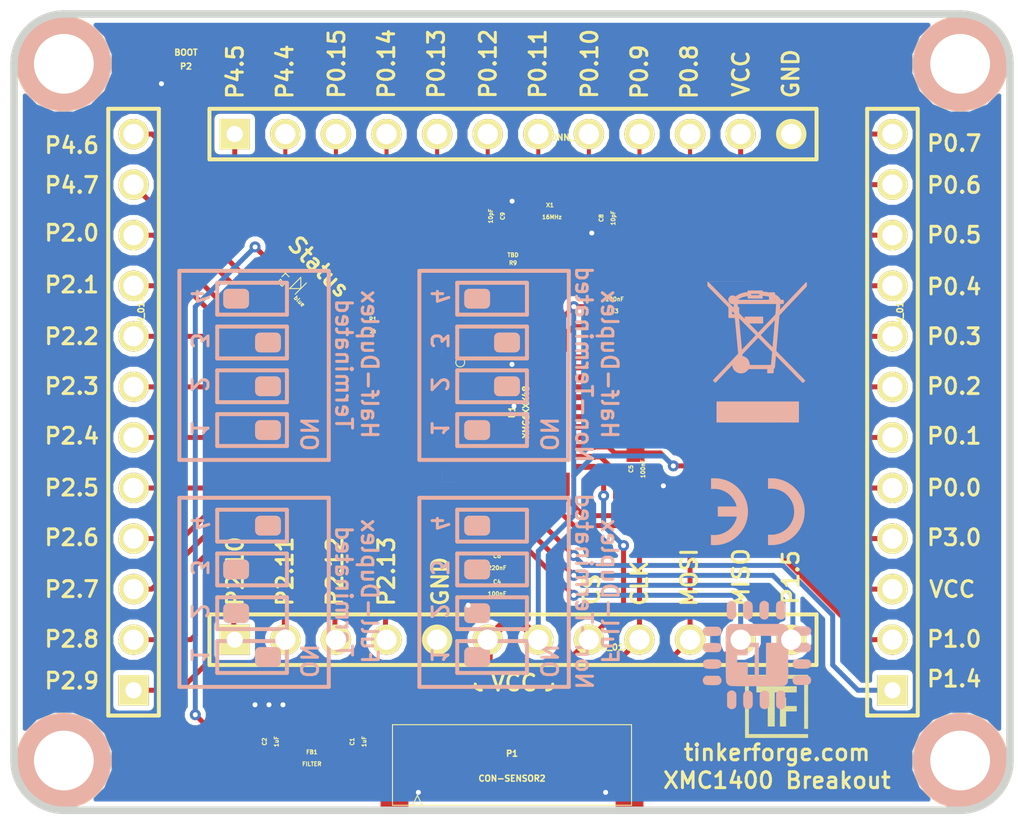
<source format=kicad_pcb>
(kicad_pcb (version 4) (host pcbnew 4.0.2+dfsg1-stable)
  (title_block (title "XMC1400 Breakout Board") (date 2017-02-07) (rev 1.0) (company "Tinkerforge GmbH") (comment 1 "Licensed under CERN OHL v.1.1") (comment 2 "Copyright (©) 2017, B.Nordmeyer <bastian@tinkerforge.com>"))
  (layers (0 Vorderseite signal) (31 Rückseite signal hide) (34 B.Paste user hide) (35 F.Paste user hide) (36 B.SilkS user hide) (37 F.SilkS user) (38 B.Mask user hide) (39 F.Mask user hide) (44 Edge.Cuts user))
  (net 0 "")
  (net 1 GND)
  (net 2 VCC)
  (net 3 "Net-(C1-Pad2)")
  (net 4 "Net-(D3-Pad2)")
  (net 5 S-MISO)
  (net 6 S-MOSI)
  (net 7 S-CLK)
  (net 8 S-CS)
  (net 9 "Net-(C9-Pad1)")
  (net 10 "Net-(P1-Pad1)")
  (net 11 Pin13)
  (net 12 Pin14)
  (net 13 Pin15)
  (net 14 Pin16)
  (net 15 Pin21)
  (net 16 Pin22)
  (net 17 Pin1)
  (net 18 Pin12)
  (net 19 Pin11)
  (net 20 Pin10)
  (net 21 Pin9)
  (net 22 Pin8)
  (net 23 Pin7)
  (net 24 Pin6)
  (net 25 Pin5)
  (net 26 Pin4)
  (net 27 Pin3)
  (net 28 Pin2)
  (net 29 Pin48)
  (net 30 Pin39)
  (net 31 Pin40)
  (net 32 Pin43)
  (net 33 Pin44)
  (net 34 Pin45)
  (net 35 Pin46)
  (net 36 Pin47)
  (net 37 Pin41)
  (net 38 Pin42)
  (net 39 Pin29)
  (net 40 Pin30)
  (net 41 Pin31)
  (net 42 Pin32)
  (net 43 Pin33)
  (net 44 Pin34)
  (net 45 Pin35)
  (net 46 Pin36)
  (net 47 Pin26)
  (net 48 Pin28)
  (module kicad-libraries:QFN48-EP2 (layer Vorderseite) (at 145.3 103.1 270)
    (fp_text reference U1 (at 0 0 270) (layer F.SilkS) (effects (font (size 0.29972 0.29972) (thickness 0.0762))))
    (fp_text value XMC1XXX48 (at 0 -0.7 270) (layer F.SilkS) (effects (font (size 0.29972 0.29972) (thickness 0.0762))))
    (pad 1 smd rect (at -2.74828 3.61188 90) (size 0.29972 1.14808) (layers Vorderseite F.Paste F.Mask) (net 17 Pin1))
    (pad 2 smd rect (at -2.2479 3.61188 90) (size 0.29972 1.14808) (layers Vorderseite F.Paste F.Mask) (net 28 Pin2))
    (pad 3 smd rect (at -1.74752 3.61188 90) (size 0.29972 1.14808) (layers Vorderseite F.Paste F.Mask) (net 27 Pin3))
    (pad 4 smd rect (at -1.24968 3.61188 90) (size 0.29972 1.14808) (layers Vorderseite F.Paste F.Mask) (net 26 Pin4))
    (pad 5 smd rect (at -0.7493 3.61188 90) (size 0.29972 1.14808) (layers Vorderseite F.Paste F.Mask) (net 25 Pin5))
    (pad 6 smd rect (at -0.24892 3.61188 90) (size 0.29972 1.14808) (layers Vorderseite F.Paste F.Mask) (net 24 Pin6))
    (pad 7 smd rect (at 0.24892 3.61188 90) (size 0.29972 1.14808) (layers Vorderseite F.Paste F.Mask) (net 23 Pin7))
    (pad 8 smd rect (at 0.7493 3.61188 90) (size 0.29972 1.14808) (layers Vorderseite F.Paste F.Mask) (net 22 Pin8))
    (pad 9 smd rect (at 1.24968 3.61188 90) (size 0.29972 1.14808) (layers Vorderseite F.Paste F.Mask) (net 21 Pin9))
    (pad 10 smd rect (at 1.74752 3.61188 90) (size 0.29972 1.14808) (layers Vorderseite F.Paste F.Mask) (net 20 Pin10))
    (pad 11 smd rect (at 2.2479 3.61188 90) (size 0.29972 1.14808) (layers Vorderseite F.Paste F.Mask) (net 19 Pin11))
    (pad 12 smd rect (at 2.74828 3.61188 90) (size 0.29972 1.14808) (layers Vorderseite F.Paste F.Mask) (net 18 Pin12))
    (pad 13 smd rect (at 3.61188 2.74828 180) (size 0.29972 1.14808) (layers Vorderseite F.Paste F.Mask) (net 11 Pin13))
    (pad 14 smd rect (at 3.61188 2.2479 180) (size 0.29972 1.14808) (layers Vorderseite F.Paste F.Mask) (net 12 Pin14))
    (pad 15 smd rect (at 3.61188 1.74752 180) (size 0.29972 1.14808) (layers Vorderseite F.Paste F.Mask) (net 13 Pin15))
    (pad 16 smd rect (at 3.61188 1.24968 180) (size 0.29972 1.14808) (layers Vorderseite F.Paste F.Mask) (net 14 Pin16))
    (pad 17 smd rect (at 3.61188 0.7493 180) (size 0.29972 1.14808) (layers Vorderseite F.Paste F.Mask) (net 1 GND))
    (pad 18 smd rect (at 3.61188 0.24892 180) (size 0.29972 1.14808) (layers Vorderseite F.Paste F.Mask) (net 2 VCC))
    (pad 19 smd rect (at 3.61188 -0.24892 180) (size 0.29972 1.14808) (layers Vorderseite F.Paste F.Mask) (net 2 VCC))
    (pad 20 smd rect (at 3.61188 -0.7493 180) (size 0.29972 1.14808) (layers Vorderseite F.Paste F.Mask) (net 5 S-MISO))
    (pad 21 smd rect (at 3.61188 -1.24968 180) (size 0.29972 1.14808) (layers Vorderseite F.Paste F.Mask) (net 15 Pin21))
    (pad 22 smd rect (at 3.61188 -1.74752 180) (size 0.29972 1.14808) (layers Vorderseite F.Paste F.Mask) (net 16 Pin22))
    (pad 23 smd rect (at 3.61188 -2.2479 180) (size 0.29972 1.14808) (layers Vorderseite F.Paste F.Mask) (net 7 S-CLK))
    (pad 24 smd rect (at 3.61188 -2.74828 180) (size 0.29972 1.14808) (layers Vorderseite F.Paste F.Mask) (net 6 S-MOSI))
    (pad 25 smd rect (at 2.74828 -3.61188 270) (size 0.29972 1.14808) (layers Vorderseite F.Paste F.Mask) (net 8 S-CS))
    (pad 26 smd rect (at 2.2479 -3.61188 270) (size 0.29972 1.14808) (layers Vorderseite F.Paste F.Mask) (net 47 Pin26))
    (pad 27 smd rect (at 1.74752 -3.61188 270) (size 0.29972 1.14808) (layers Vorderseite F.Paste F.Mask) (net 2 VCC))
    (pad 28 smd rect (at 1.24968 -3.61188 270) (size 0.29972 1.14808) (layers Vorderseite F.Paste F.Mask) (net 48 Pin28))
    (pad 29 smd rect (at 0.7493 -3.61188 270) (size 0.29972 1.14808) (layers Vorderseite F.Paste F.Mask) (net 39 Pin29))
    (pad 30 smd rect (at 0.24892 -3.61188 270) (size 0.29972 1.14808) (layers Vorderseite F.Paste F.Mask) (net 40 Pin30))
    (pad 31 smd rect (at -0.24892 -3.61188 270) (size 0.29972 1.14808) (layers Vorderseite F.Paste F.Mask) (net 41 Pin31))
    (pad 32 smd rect (at -0.7493 -3.61188 270) (size 0.29972 1.14808) (layers Vorderseite F.Paste F.Mask) (net 42 Pin32))
    (pad 33 smd rect (at -1.24968 -3.61188 270) (size 0.29972 1.14808) (layers Vorderseite F.Paste F.Mask) (net 43 Pin33))
    (pad 34 smd rect (at -1.74752 -3.61188 270) (size 0.29972 1.14808) (layers Vorderseite F.Paste F.Mask) (net 44 Pin34))
    (pad 35 smd rect (at -2.2479 -3.61188 270) (size 0.29972 1.14808) (layers Vorderseite F.Paste F.Mask) (net 45 Pin35))
    (pad 36 smd rect (at -2.74828 -3.61188 270) (size 0.29972 1.14808) (layers Vorderseite F.Paste F.Mask) (net 46 Pin36))
    (pad 37 smd rect (at -3.60934 -2.74828) (size 0.29972 1.15062) (layers Vorderseite F.Paste F.Mask) (net 1 GND))
    (pad 38 smd rect (at -3.61188 -2.2479) (size 0.29972 1.14808) (layers Vorderseite F.Paste F.Mask) (net 2 VCC))
    (pad 39 smd rect (at -3.61188 -1.74752) (size 0.29972 1.14808) (layers Vorderseite F.Paste F.Mask) (net 30 Pin39))
    (pad 40 smd rect (at -3.61188 -1.24968) (size 0.29972 1.14808) (layers Vorderseite F.Paste F.Mask) (net 31 Pin40))
    (pad 41 smd rect (at -3.61188 -0.7493) (size 0.29972 1.14808) (layers Vorderseite F.Paste F.Mask) (net 37 Pin41))
    (pad 42 smd rect (at -3.61188 -0.24892) (size 0.29972 1.14808) (layers Vorderseite F.Paste F.Mask) (net 38 Pin42))
    (pad 43 smd rect (at -3.61188 0.24892) (size 0.29972 1.14808) (layers Vorderseite F.Paste F.Mask) (net 32 Pin43))
    (pad 44 smd rect (at -3.61188 0.7493) (size 0.29972 1.14808) (layers Vorderseite F.Paste F.Mask) (net 33 Pin44))
    (pad 45 smd rect (at -3.61188 1.24968) (size 0.29972 1.14808) (layers Vorderseite F.Paste F.Mask) (net 34 Pin45))
    (pad 46 smd rect (at -3.61188 1.74752) (size 0.29972 1.14808) (layers Vorderseite F.Paste F.Mask) (net 35 Pin46))
    (pad 47 smd rect (at -3.61188 2.2479) (size 0.29972 1.14808) (layers Vorderseite F.Paste F.Mask) (net 36 Pin47))
    (pad 48 smd rect (at -3.61188 2.74828) (size 0.29972 1.14808) (layers Vorderseite F.Paste F.Mask) (net 29 Pin48))
    (pad EP smd rect (at 0 0 270) (size 3.5 3.5) (layers Vorderseite F.Paste F.Mask) (net 1 GND))
  )
  (module CON-SENSOR2 (layer Vorderseite) (at 145.3 123.1)
    (fp_text reference P1 (at 0 -2.85) (layer F.SilkS) (effects (font (size 0.3 0.3) (thickness 0.075))))
    (fp_text value CON-SENSOR2 (at 0 -1.6002) (layer F.SilkS) (effects (font (size 0.29972 0.29972) (thickness 0.07112))))
    (pad 1 smd rect (at -3.75 -4.6) (size 0.6 1.8) (layers Vorderseite F.Paste F.Mask) (net 10 "Net-(P1-Pad1)"))
    (pad 2 smd rect (at -2.5 -4.6) (size 0.6 1.8) (layers Vorderseite F.Paste F.Mask) (net 1 GND))
    (pad EP smd rect (at -5.9 -1.2) (size 1.4 2.4) (layers Vorderseite F.Paste F.Mask) (net 1 GND))
    (pad EP smd rect (at 5.9 -1.2) (size 1.4 2.4) (layers Vorderseite F.Paste F.Mask) (net 1 GND))
    (pad 3 smd rect (at -1.25 -4.6) (size 0.6 1.8) (layers Vorderseite F.Paste F.Mask) (net 3 "Net-(C1-Pad2)"))
    (pad 4 smd rect (at 0 -4.6) (size 0.6 1.8) (layers Vorderseite F.Paste F.Mask) (net 8 S-CS))
    (pad 5 smd rect (at 1.25 -4.6) (size 0.6 1.8) (layers Vorderseite F.Paste F.Mask) (net 7 S-CLK))
    (pad 6 smd rect (at 2.5 -4.6) (size 0.6 1.8) (layers Vorderseite F.Paste F.Mask) (net 6 S-MOSI))
    (pad 7 smd rect (at 3.75 -4.6) (size 0.6 1.8) (layers Vorderseite F.Paste F.Mask) (net 5 S-MISO))
  )
  (module DRILL_NP (layer Vorderseite) (at 167.8 120.6 90)
    (fp_text reference U4 hide)
    (fp_text value DRILL hide)
    (pad "" np_thru_hole circle (at 0 0 90) (size 2.99974 2.99974) (drill 2.99974) (layers *.Cu *.Mask F.SilkS) (clearance 0.89916))
  )
  (module DRILL_NP (layer Vorderseite) (at 167.8 85.6)
    (fp_text reference U5 hide)
    (fp_text value DRILL hide)
    (pad "" np_thru_hole circle (at 0 0) (size 2.99974 2.99974) (drill 2.99974) (layers *.Cu *.Mask F.SilkS) (clearance 0.89916))
  )
  (module D0603E (layer Vorderseite) (at 134.555 96.75 315)
    (fp_text reference D3 (at -0.7 0.5 315) (layer F.SilkS) (effects (font (size 0.2 0.2) (thickness 0.05))))
    (fp_text value blue (at 0.6 0.5 315) (layer F.SilkS) (effects (font (size 0.2 0.2) (thickness 0.05))))
    (pad 1 smd rect (at -0.8501 0 315) (size 1.1 1) (layers Vorderseite F.Paste F.Mask) (net 2 VCC))
    (pad 2 smd rect (at 0.8501 0 315) (size 1.1 1) (layers Vorderseite F.Paste F.Mask) (net 4 "Net-(D3-Pad2)"))
  )
  (module kicad-libraries:SolderJumper (layer Vorderseite) (at 128.932843 85.379289)
    (fp_text reference P2 (at 0 0.35) (layer F.SilkS) (effects (font (size 0.3 0.3) (thickness 0.0712))))
    (fp_text value BOOT (at 0 -0.35) (layer F.SilkS) (effects (font (size 0.3 0.3) (thickness 0.0712))))
    (pad 2 smd rect (at 0.55 0) (size 0.3 1.4) (layers Vorderseite F.Mask) (net 17 Pin1))
    (pad 2 smd rect (at 0.15 0) (size 0.6 0.5) (layers Vorderseite F.Mask) (net 17 Pin1))
    (pad 1 smd rect (at -0.5 0) (size 0.4 1.4) (layers Vorderseite F.Mask) (net 1 GND))
    (pad 1 smd rect (at -0.225 0.55) (size 0.95 0.3) (layers Vorderseite F.Mask) (net 1 GND))
    (pad 1 smd rect (at -0.225 -0.55) (size 0.95 0.3) (layers Vorderseite F.Mask) (net 1 GND))
  )
  (module DRILL_NP (layer Vorderseite) (at 122.8 85.6 270)
    (fp_text reference U2 hide)
    (fp_text value DRILL hide)
    (pad "" np_thru_hole circle (at 0 0 270) (size 2.99974 2.99974) (drill 2.99974) (layers *.Cu *.Mask F.SilkS) (clearance 0.89916))
  )
  (module DRILL_NP (layer Vorderseite) (at 122.8 120.6 90)
    (fp_text reference U3 hide)
    (fp_text value DRILL hide)
    (pad "" np_thru_hole circle (at 0 0 90) (size 2.99974 2.99974) (drill 2.99974) (layers *.Cu *.Mask F.SilkS) (clearance 0.89916))
  )
  (module kicad-libraries:CRYSTAL_3225 (layer Vorderseite) (at 147.305 93.3)
    (fp_text reference X1 (at -0.1 -0.6) (layer F.SilkS) (effects (font (size 0.2 0.2) (thickness 0.05))))
    (fp_text value 16MHz (at 0 0) (layer F.SilkS) (effects (font (size 0.2 0.2) (thickness 0.05))))
    (pad 3 smd rect (at -1.09982 -0.8001) (size 1.39954 1.15062) (layers Vorderseite F.Paste F.Mask) (net 1 GND))
    (pad 2 smd rect (at 1.09982 -0.8001) (size 1.39954 1.15062) (layers Vorderseite F.Paste F.Mask) (net 37 Pin41))
    (pad 1 smd rect (at -1.09982 0.8001) (size 1.39954 1.15062) (layers Vorderseite F.Paste F.Mask) (net 9 "Net-(C9-Pad1)"))
    (pad 3 smd rect (at 1.09982 0.8001) (size 1.39954 1.15062) (layers Vorderseite F.Paste F.Mask) (net 1 GND))
  )
  (module 0402E (layer Vorderseite) (at 145.35 95.48)
    (fp_text reference R9 (at 0 0.125) (layer F.SilkS) (effects (font (size 0.2 0.2) (thickness 0.05))))
    (fp_text value TBD (at 0 -0.275) (layer F.SilkS) (effects (font (size 0.2 0.2) (thickness 0.05))))
    (pad 1 smd rect (at -0.65 0) (size 0.7 0.9) (layers Vorderseite F.Paste F.Mask) (net 38 Pin42))
    (pad 2 smd rect (at 0.65 0) (size 0.7 0.9) (layers Vorderseite F.Paste F.Mask) (net 9 "Net-(C9-Pad1)"))
  )
  (module kicad-libraries:Logo_31x31 (layer Vorderseite) (at 157 116.3)
    (fp_text reference G*** hide)
    (fp_text value Logo_31x31 hide)
  )
  (module kicad-libraries:WEEE_7mm_back (layer Rückseite) (at 157.6 100.1)
    (fp_text reference VAL hide)
    (fp_text value WEEE_7mm_back hide)
  )
  (module kicad-libraries:CE_5mm (layer Rückseite) (at 157.6 108.1 180)
    (fp_text reference VAL hide)
    (fp_text value CE_5mm hide)
  )
  (module kicad-libraries:Fiducial_Mark (layer Vorderseite) (at 128 120)
    (fp_text reference Fiducial_Mark hide)
    (fp_text value VAL** hide)
    (pad 1 smd circle (at 0 0) (size 1.00076 1.00076) (layers Vorderseite F.Paste F.Mask) (clearance 0.65024))
  )
  (module kicad-libraries:Fiducial_Mark (layer Vorderseite) (at 163 86)
    (fp_text reference Fiducial_Mark hide)
    (fp_text value VAL** hide)
    (pad 1 smd circle (at 0 0) (size 1.00076 1.00076) (layers Vorderseite F.Paste F.Mask) (clearance 0.65024))
  )
  (module kicad-libraries:Fiducial_Mark (layer Vorderseite) (at 131 93)
    (fp_text reference Fiducial_Mark hide)
    (fp_text value VAL** hide)
    (pad 1 smd circle (at 0 0) (size 1.00076 1.00076) (layers Vorderseite F.Paste F.Mask) (clearance 0.65024))
  )
  (module kicad-libraries:Logo_CoMCU (layer Rückseite) (at 157.6 115.3 180)
    (fp_text reference G*** hide)
    (fp_text value LOGO hide)
  )
  (module 0603F (layer Vorderseite) (at 137.5 119.6 270)
    (fp_text reference C1 (at 0.05 0.225 270) (layer F.SilkS) (effects (font (size 0.2 0.2) (thickness 0.05))))
    (fp_text value 1uF (at 0.05 -0.375 270) (layer F.SilkS) (effects (font (size 0.2 0.2) (thickness 0.05))))
    (pad 1 smd rect (at -0.75 0 270) (size 0.9 0.9) (layers Vorderseite F.Paste F.Mask) (net 1 GND))
    (pad 2 smd rect (at 0.75 0 270) (size 0.9 0.9) (layers Vorderseite F.Paste F.Mask) (net 3 "Net-(C1-Pad2)"))
  )
  (module 0603F (layer Vorderseite) (at 133.1 119.6 270)
    (fp_text reference C2 (at 0.05 0.225 270) (layer F.SilkS) (effects (font (size 0.2 0.2) (thickness 0.05))))
    (fp_text value 1uF (at 0.05 -0.375 270) (layer F.SilkS) (effects (font (size 0.2 0.2) (thickness 0.05))))
    (pad 1 smd rect (at -0.75 0 270) (size 0.9 0.9) (layers Vorderseite F.Paste F.Mask) (net 1 GND))
    (pad 2 smd rect (at 0.75 0 270) (size 0.9 0.9) (layers Vorderseite F.Paste F.Mask) (net 2 VCC))
  )
  (module 0603F (layer Vorderseite) (at 150.4 97.8)
    (fp_text reference C3 (at 0.05 0.225) (layer F.SilkS) (effects (font (size 0.2 0.2) (thickness 0.05))))
    (fp_text value 100nF (at 0.05 -0.375) (layer F.SilkS) (effects (font (size 0.2 0.2) (thickness 0.05))))
    (pad 1 smd rect (at -0.75 0) (size 0.9 0.9) (layers Vorderseite F.Paste F.Mask) (net 2 VCC))
    (pad 2 smd rect (at 0.75 0) (size 0.9 0.9) (layers Vorderseite F.Paste F.Mask) (net 1 GND))
  )
  (module 0603F (layer Vorderseite) (at 144.6 111.85 180)
    (fp_text reference C4 (at 0.05 0.225 180) (layer F.SilkS) (effects (font (size 0.2 0.2) (thickness 0.05))))
    (fp_text value 100nF (at 0.05 -0.375 180) (layer F.SilkS) (effects (font (size 0.2 0.2) (thickness 0.05))))
    (pad 1 smd rect (at -0.75 0 180) (size 0.9 0.9) (layers Vorderseite F.Paste F.Mask) (net 2 VCC))
    (pad 2 smd rect (at 0.75 0 180) (size 0.9 0.9) (layers Vorderseite F.Paste F.Mask) (net 1 GND))
  )
  (module 0603F (layer Vorderseite) (at 151.5 105.9 270)
    (fp_text reference C5 (at 0.05 0.225 270) (layer F.SilkS) (effects (font (size 0.2 0.2) (thickness 0.05))))
    (fp_text value 100nF (at 0.05 -0.375 270) (layer F.SilkS) (effects (font (size 0.2 0.2) (thickness 0.05))))
    (pad 1 smd rect (at -0.75 0 270) (size 0.9 0.9) (layers Vorderseite F.Paste F.Mask) (net 2 VCC))
    (pad 2 smd rect (at 0.75 0 270) (size 0.9 0.9) (layers Vorderseite F.Paste F.Mask) (net 1 GND))
  )
  (module 0603F (layer Vorderseite) (at 144.6 110.55 180)
    (fp_text reference C6 (at 0.05 0.225 180) (layer F.SilkS) (effects (font (size 0.2 0.2) (thickness 0.05))))
    (fp_text value 220nF (at 0.05 -0.375 180) (layer F.SilkS) (effects (font (size 0.2 0.2) (thickness 0.05))))
    (pad 1 smd rect (at -0.75 0 180) (size 0.9 0.9) (layers Vorderseite F.Paste F.Mask) (net 2 VCC))
    (pad 2 smd rect (at 0.75 0 180) (size 0.9 0.9) (layers Vorderseite F.Paste F.Mask) (net 1 GND))
  )
  (module 0603F (layer Vorderseite) (at 150.005 93.3 270)
    (fp_text reference C8 (at 0.05 0.225 270) (layer F.SilkS) (effects (font (size 0.2 0.2) (thickness 0.05))))
    (fp_text value 10pF (at 0.05 -0.375 270) (layer F.SilkS) (effects (font (size 0.2 0.2) (thickness 0.05))))
    (pad 1 smd rect (at -0.75 0 270) (size 0.9 0.9) (layers Vorderseite F.Paste F.Mask) (net 37 Pin41))
    (pad 2 smd rect (at 0.75 0 270) (size 0.9 0.9) (layers Vorderseite F.Paste F.Mask) (net 1 GND))
  )
  (module 0603F (layer Vorderseite) (at 144.605 93.3 90)
    (fp_text reference C9 (at 0.05 0.225 90) (layer F.SilkS) (effects (font (size 0.2 0.2) (thickness 0.05))))
    (fp_text value 10pF (at 0.05 -0.375 90) (layer F.SilkS) (effects (font (size 0.2 0.2) (thickness 0.05))))
    (pad 1 smd rect (at -0.75 0 90) (size 0.9 0.9) (layers Vorderseite F.Paste F.Mask) (net 9 "Net-(C9-Pad1)"))
    (pad 2 smd rect (at 0.75 0 90) (size 0.9 0.9) (layers Vorderseite F.Paste F.Mask) (net 1 GND))
  )
  (module 0603F (layer Vorderseite) (at 135.3 120.4 180)
    (fp_text reference FB1 (at 0.05 0.225 180) (layer F.SilkS) (effects (font (size 0.2 0.2) (thickness 0.05))))
    (fp_text value FILTER (at 0.05 -0.375 180) (layer F.SilkS) (effects (font (size 0.2 0.2) (thickness 0.05))))
    (pad 1 smd rect (at -0.75 0 180) (size 0.9 0.9) (layers Vorderseite F.Paste F.Mask) (net 3 "Net-(C1-Pad2)"))
    (pad 2 smd rect (at 0.75 0 180) (size 0.9 0.9) (layers Vorderseite F.Paste F.Mask) (net 2 VCC))
  )
  (module kicad-libraries:pin_array_12 (layer Vorderseite) (at 145.35 89.13)
    (fp_text reference P3 (at -9.017 0) (layer F.SilkS) (effects (font (size 0.3 0.3) (thickness 0.075))))
    (fp_text value CONN_01X12 (at 3.05 0.17) (layer F.SilkS) (effects (font (size 0.3 0.3) (thickness 0.075))))
    (pad 1 thru_hole rect (at -13.97 0) (size 1.524 1.524) (drill 0.8128) (layers *.Cu *.Mask F.SilkS) (net 29 Pin48))
    (pad 2 thru_hole circle (at -11.43 0) (size 1.524 1.524) (drill 1.016) (layers *.Cu *.Mask F.SilkS) (net 36 Pin47))
    (pad 3 thru_hole circle (at -8.89 0) (size 1.524 1.524) (drill 1.016) (layers *.Cu *.Mask F.SilkS) (net 35 Pin46))
    (pad 4 thru_hole circle (at -6.35 0) (size 1.524 1.524) (drill 1.016) (layers *.Cu *.Mask F.SilkS) (net 34 Pin45))
    (pad 5 thru_hole circle (at -3.81 0) (size 1.524 1.524) (drill 1.016) (layers *.Cu *.Mask F.SilkS) (net 33 Pin44))
    (pad 6 thru_hole circle (at -1.27 0) (size 1.524 1.524) (drill 1.016) (layers *.Cu *.Mask F.SilkS) (net 32 Pin43))
    (pad 7 thru_hole circle (at 1.27 0) (size 1.524 1.524) (drill 1.016) (layers *.Cu *.Mask F.SilkS) (net 38 Pin42))
    (pad 8 thru_hole circle (at 3.81 0) (size 1.524 1.524) (drill 1.016) (layers *.Cu *.Mask F.SilkS) (net 37 Pin41))
    (pad 9 thru_hole circle (at 6.35 0) (size 1.524 1.524) (drill 1.016) (layers *.Cu *.Mask F.SilkS) (net 31 Pin40))
    (pad 10 thru_hole circle (at 8.89 0) (size 1.524 1.524) (drill 1.016) (layers *.Cu *.Mask F.SilkS) (net 30 Pin39))
    (pad 11 thru_hole circle (at 11.43 0) (size 1.524 1.524) (drill 1.016) (layers *.Cu *.Mask F.SilkS) (net 2 VCC))
    (pad 12 thru_hole circle (at 13.97 0) (size 1.524 1.524) (drill 1.016) (layers *.Cu *.Mask F.SilkS) (net 1 GND))
  )
  (module kicad-libraries:pin_array_12 (layer Vorderseite) (at 126.3 103.1 90)
    (fp_text reference P4 (at -9.017 0 90) (layer F.SilkS) (effects (font (size 0.3 0.3) (thickness 0.075))))
    (fp_text value CONN_01X12 (at 4.953 0.381 90) (layer F.SilkS) (effects (font (size 0.3 0.3) (thickness 0.075))))
    (pad 1 thru_hole rect (at -13.97 0 90) (size 1.524 1.524) (drill 0.8128) (layers *.Cu *.Mask F.SilkS) (net 18 Pin12))
    (pad 2 thru_hole circle (at -11.43 0 90) (size 1.524 1.524) (drill 1.016) (layers *.Cu *.Mask F.SilkS) (net 19 Pin11))
    (pad 3 thru_hole circle (at -8.89 0 90) (size 1.524 1.524) (drill 1.016) (layers *.Cu *.Mask F.SilkS) (net 20 Pin10))
    (pad 4 thru_hole circle (at -6.35 0 90) (size 1.524 1.524) (drill 1.016) (layers *.Cu *.Mask F.SilkS) (net 21 Pin9))
    (pad 5 thru_hole circle (at -3.81 0 90) (size 1.524 1.524) (drill 1.016) (layers *.Cu *.Mask F.SilkS) (net 22 Pin8))
    (pad 6 thru_hole circle (at -1.27 0 90) (size 1.524 1.524) (drill 1.016) (layers *.Cu *.Mask F.SilkS) (net 23 Pin7))
    (pad 7 thru_hole circle (at 1.27 0 90) (size 1.524 1.524) (drill 1.016) (layers *.Cu *.Mask F.SilkS) (net 24 Pin6))
    (pad 8 thru_hole circle (at 3.81 0 90) (size 1.524 1.524) (drill 1.016) (layers *.Cu *.Mask F.SilkS) (net 25 Pin5))
    (pad 9 thru_hole circle (at 6.35 0 90) (size 1.524 1.524) (drill 1.016) (layers *.Cu *.Mask F.SilkS) (net 26 Pin4))
    (pad 10 thru_hole circle (at 8.89 0 90) (size 1.524 1.524) (drill 1.016) (layers *.Cu *.Mask F.SilkS) (net 27 Pin3))
    (pad 11 thru_hole circle (at 11.43 0 90) (size 1.524 1.524) (drill 1.016) (layers *.Cu *.Mask F.SilkS) (net 28 Pin2))
    (pad 12 thru_hole circle (at 13.97 0 90) (size 1.524 1.524) (drill 1.016) (layers *.Cu *.Mask F.SilkS) (net 17 Pin1))
  )
  (module kicad-libraries:pin_array_12 (layer Vorderseite) (at 145.35 114.53)
    (fp_text reference P5 (at -9.017 0) (layer F.SilkS) (effects (font (size 0.3 0.3) (thickness 0.075))))
    (fp_text value CONN_01X12 (at 4.953 0.381) (layer F.SilkS) (effects (font (size 0.3 0.3) (thickness 0.075))))
    (pad 1 thru_hole rect (at -13.97 0) (size 1.524 1.524) (drill 0.8128) (layers *.Cu *.Mask F.SilkS) (net 11 Pin13))
    (pad 2 thru_hole circle (at -11.43 0) (size 1.524 1.524) (drill 1.016) (layers *.Cu *.Mask F.SilkS) (net 12 Pin14))
    (pad 3 thru_hole circle (at -8.89 0) (size 1.524 1.524) (drill 1.016) (layers *.Cu *.Mask F.SilkS) (net 13 Pin15))
    (pad 4 thru_hole circle (at -6.35 0) (size 1.524 1.524) (drill 1.016) (layers *.Cu *.Mask F.SilkS) (net 14 Pin16))
    (pad 5 thru_hole circle (at -3.81 0) (size 1.524 1.524) (drill 1.016) (layers *.Cu *.Mask F.SilkS) (net 1 GND))
    (pad 6 thru_hole circle (at -1.27 0) (size 1.524 1.524) (drill 1.016) (layers *.Cu *.Mask F.SilkS) (net 2 VCC))
    (pad 7 thru_hole circle (at 1.27 0) (size 1.524 1.524) (drill 1.016) (layers *.Cu *.Mask F.SilkS) (net 2 VCC))
    (pad 8 thru_hole circle (at 3.81 0) (size 1.524 1.524) (drill 1.016) (layers *.Cu *.Mask F.SilkS) (net 8 S-CS))
    (pad 9 thru_hole circle (at 6.35 0) (size 1.524 1.524) (drill 1.016) (layers *.Cu *.Mask F.SilkS) (net 7 S-CLK))
    (pad 10 thru_hole circle (at 8.89 0) (size 1.524 1.524) (drill 1.016) (layers *.Cu *.Mask F.SilkS) (net 6 S-MOSI))
    (pad 11 thru_hole circle (at 11.43 0) (size 1.524 1.524) (drill 1.016) (layers *.Cu *.Mask F.SilkS) (net 5 S-MISO))
    (pad 12 thru_hole circle (at 13.97 0) (size 1.524 1.524) (drill 1.016) (layers *.Cu *.Mask F.SilkS) (net 15 Pin21))
  )
  (module kicad-libraries:pin_array_12 (layer Vorderseite) (at 164.4 103.1 90)
    (fp_text reference P6 (at -9.017 0 90) (layer F.SilkS) (effects (font (size 0.3 0.3) (thickness 0.075))))
    (fp_text value CONN_01X12 (at 4.953 0.381 90) (layer F.SilkS) (effects (font (size 0.3 0.3) (thickness 0.075))))
    (pad 1 thru_hole rect (at -13.97 0 90) (size 1.524 1.524) (drill 0.8128) (layers *.Cu *.Mask F.SilkS) (net 16 Pin22))
    (pad 2 thru_hole circle (at -11.43 0 90) (size 1.524 1.524) (drill 1.016) (layers *.Cu *.Mask F.SilkS) (net 47 Pin26))
    (pad 3 thru_hole circle (at -8.89 0 90) (size 1.524 1.524) (drill 1.016) (layers *.Cu *.Mask F.SilkS) (net 2 VCC))
    (pad 4 thru_hole circle (at -6.35 0 90) (size 1.524 1.524) (drill 1.016) (layers *.Cu *.Mask F.SilkS) (net 48 Pin28))
    (pad 5 thru_hole circle (at -3.81 0 90) (size 1.524 1.524) (drill 1.016) (layers *.Cu *.Mask F.SilkS) (net 39 Pin29))
    (pad 6 thru_hole circle (at -1.27 0 90) (size 1.524 1.524) (drill 1.016) (layers *.Cu *.Mask F.SilkS) (net 40 Pin30))
    (pad 7 thru_hole circle (at 1.27 0 90) (size 1.524 1.524) (drill 1.016) (layers *.Cu *.Mask F.SilkS) (net 41 Pin31))
    (pad 8 thru_hole circle (at 3.81 0 90) (size 1.524 1.524) (drill 1.016) (layers *.Cu *.Mask F.SilkS) (net 42 Pin32))
    (pad 9 thru_hole circle (at 6.35 0 90) (size 1.524 1.524) (drill 1.016) (layers *.Cu *.Mask F.SilkS) (net 43 Pin33))
    (pad 10 thru_hole circle (at 8.89 0 90) (size 1.524 1.524) (drill 1.016) (layers *.Cu *.Mask F.SilkS) (net 44 Pin34))
    (pad 11 thru_hole circle (at 11.43 0 90) (size 1.524 1.524) (drill 1.016) (layers *.Cu *.Mask F.SilkS) (net 45 Pin35))
    (pad 12 thru_hole circle (at 13.97 0 90) (size 1.524 1.524) (drill 1.016) (layers *.Cu *.Mask F.SilkS) (net 46 Pin36))
  )
  (module 0603F (layer Vorderseite) (at 138.365 98.655 180)
    (fp_text reference R1 (at 0.05 0.225 180) (layer F.SilkS) (effects (font (size 0.2 0.2) (thickness 0.05))))
    (fp_text value 1k (at 0.05 -0.375 180) (layer F.SilkS) (effects (font (size 0.2 0.2) (thickness 0.05))))
    (pad 1 smd rect (at -0.75 0 180) (size 0.9 0.9) (layers Vorderseite F.Paste F.Mask) (net 29 Pin48))
    (pad 2 smd rect (at 0.75 0 180) (size 0.9 0.9) (layers Vorderseite F.Paste F.Mask) (net 4 "Net-(D3-Pad2)"))
  )
  (gr_text P1.4 (at 167.5 116.5) (layer F.SilkS) (effects (font (size 0.8 0.8))))
  (gr_text P1.0 (at 167.5 114.5) (layer F.SilkS) (effects (font (size 0.8 0.8))))
  (gr_text P3.0 (at 167.5 109.4) (layer F.SilkS) (effects (font (size 0.8 0.8))))
  (gr_text P0.0 (at 167.5 106.9) (layer F.SilkS) (effects (font (size 0.8 0.8))))
  (gr_text P0.1 (at 167.5 104.3) (layer F.SilkS) (effects (font (size 0.8 0.8))))
  (gr_text P0.2 (at 167.5 101.8) (layer F.SilkS) (effects (font (size 0.8 0.8))))
  (gr_text P0.3 (at 167.5 99.3) (layer F.SilkS) (effects (font (size 0.8 0.8))))
  (gr_text P0.4 (at 167.5 96.8) (layer F.SilkS) (effects (font (size 0.8 0.8))))
  (gr_text P0.5 (at 167.5 94.2) (layer F.SilkS) (effects (font (size 0.8 0.8))))
  (gr_text P0.6 (at 167.5 91.7) (layer F.SilkS) (effects (font (size 0.8 0.8))))
  (gr_text P0.7 (at 167.5 89.6) (layer F.SilkS) (effects (font (size 0.8 0.8))))
  (gr_text P2.9 (at 123.2 116.6) (layer F.SilkS) (effects (font (size 0.8 0.8))))
  (gr_text P2.8 (at 123.2 114.5) (layer F.SilkS) (effects (font (size 0.8 0.8))))
  (gr_text P2.7 (at 123.2 112) (layer F.SilkS) (effects (font (size 0.8 0.8))))
  (gr_text P2.6 (at 123.2 109.4) (layer F.SilkS) (effects (font (size 0.8 0.8))))
  (gr_text P2.5 (at 123.2 106.9) (layer F.SilkS) (effects (font (size 0.8 0.8))))
  (gr_text P2.4 (at 123.2 104.3) (layer F.SilkS) (effects (font (size 0.8 0.8))))
  (gr_text P2.3 (at 123.2 101.8) (layer F.SilkS) (effects (font (size 0.8 0.8))))
  (gr_text P2.2 (at 123.2 99.3) (layer F.SilkS) (effects (font (size 0.8 0.8))))
  (gr_text P2.1 (at 123.2 96.7) (layer F.SilkS) (effects (font (size 0.8 0.8))))
  (gr_text P2.0 (at 123.2 94.1) (layer F.SilkS) (effects (font (size 0.8 0.8))))
  (gr_text P4.7 (at 123.2 91.7) (layer F.SilkS) (effects (font (size 0.8 0.8))))
  (gr_text P4.6 (at 123.2 89.7) (layer F.SilkS) (effects (font (size 0.8 0.8))))
  (gr_text P4.5 (at 131.4 86 90) (layer F.SilkS) (effects (font (size 0.8 0.8))))
  (gr_text P4.4 (at 133.9 86 90) (layer F.SilkS) (effects (font (size 0.8 0.8))))
  (gr_text P0.15 (at 136.5 85.6 90) (layer F.SilkS) (effects (font (size 0.8 0.8))))
  (gr_text P0.14 (at 139 85.6 90) (layer F.SilkS) (effects (font (size 0.8 0.8))))
  (gr_text P0.13 (at 141.5 85.6 90) (layer F.SilkS) (effects (font (size 0.8 0.8))))
  (gr_text P0.12 (at 144.1 85.6 90) (layer F.SilkS) (effects (font (size 0.8 0.8))))
  (gr_text P0.11 (at 146.6 85.6 90) (layer F.SilkS) (effects (font (size 0.8 0.8))))
  (gr_text P0.10 (at 149.2 85.6 90) (layer F.SilkS) (effects (font (size 0.8 0.8))))
  (gr_text P0.9 (at 151.7 86 90) (layer F.SilkS) (effects (font (size 0.8 0.8))))
  (gr_text P0.8 (at 154.2 86 90) (layer F.SilkS) (effects (font (size 0.8 0.8))))
  (gr_text P2.10 (at 131.4 111.1 90) (layer F.SilkS) (effects (font (size 0.8 0.8))))
  (gr_text P2.11 (at 133.9 111.1 90) (layer F.SilkS) (effects (font (size 0.8 0.8))))
  (gr_text P2.12 (at 136.4 111.1 90) (layer F.SilkS) (effects (font (size 0.8 0.8))))
  (gr_text P2.13 (at 139 111.1 90) (layer F.SilkS) (effects (font (size 0.8 0.8))))
  (gr_text P1.5 (at 159.3 111.4 90) (layer F.SilkS) (effects (font (size 0.8 0.8))))
  (gr_text MISO (at 156.8 111.4 90) (layer F.SilkS) (effects (font (size 0.8 0.8))))
  (gr_text MOSI (at 154.2 111.4 90) (layer F.SilkS) (effects (font (size 0.8 0.8))))
  (gr_text CLK (at 151.7 111.7 90) (layer F.SilkS) (effects (font (size 0.8 0.8))))
  (gr_text CS (at 149.3 112 90) (layer F.SilkS) (effects (font (size 0.8 0.8))))
  (gr_text ◟VCC◞ (at 145.4 116.7) (layer F.SilkS) (effects (font (size 0.8 0.8))))
  (gr_text "GND\n" (at 159.3 86.1 90) (layer F.SilkS) (effects (font (size 0.8 0.8))))
  (gr_text VCC (at 156.8 86.1 90) (layer F.SilkS) (effects (font (size 0.8 0.8))))
  (gr_text VCC (at 167.4 112) (layer F.SilkS) (effects (font (size 0.8 0.8))))
  (gr_text "GND\n" (at 141.7 111.6 90) (layer F.SilkS) (effects (font (size 0.8 0.8))))
  (gr_text "XMC1400 Breakout\n" (at 158.6 121.6) (layer F.SilkS) (effects (font (size 0.8 0.8))))
  (gr_arc (start 167.8 85.6) (end 167.8 83.1) (angle 90) (layer Edge.Cuts) (width 0.381))
  (gr_line (start 170.3 85.6) (end 170.3 120.6) (angle 90) (layer Edge.Cuts) (width 0.381))
  (gr_line (start 122.8 83.1) (end 167.8 83.1) (angle 90) (layer Edge.Cuts) (width 0.381))
  (gr_arc (start 167.8 120.6) (end 170.3 120.6) (angle 90) (layer Edge.Cuts) (width 0.381))
  (gr_line (start 128.6 116.9) (end 128.6 107.4) (angle 90) (layer B.SilkS) (width 0.2))
  (gr_line (start 128.6 107.4) (end 136.1 107.4) (angle 90) (layer B.SilkS) (width 0.2))
  (gr_line (start 136.1 107.4) (end 136.1 116.9) (angle 90) (layer B.SilkS) (width 0.2))
  (gr_line (start 136.1 116.9) (end 128.6 116.9) (angle 90) (layer B.SilkS) (width 0.2))
  (gr_text ON (at 135.1 115.6 270) (layer B.SilkS) (effects (font (size 0.8 0.8)) (justify mirror)))
  (gr_text 1 (at 129.6 115.3 270) (layer B.SilkS) (effects (font (size 0.8 0.8)) (justify mirror)))
  (gr_line (start 130.5 116.2) (end 130.5 114.6) (angle 90) (layer B.SilkS) (width 0.2))
  (gr_line (start 130.5 114.6) (end 134 114.6) (angle 90) (layer B.SilkS) (width 0.2))
  (gr_line (start 134 114.6) (end 134 116.2) (angle 90) (layer B.SilkS) (width 0.2))
  (gr_line (start 134 116.2) (end 130.5 116.2) (angle 90) (layer B.SilkS) (width 0.2))
  (gr_line (start 134 114) (end 130.5 114) (angle 90) (layer B.SilkS) (width 0.2))
  (gr_line (start 134 112.4) (end 134 114) (angle 90) (layer B.SilkS) (width 0.2))
  (gr_line (start 130.5 112.4) (end 134 112.4) (angle 90) (layer B.SilkS) (width 0.2))
  (gr_line (start 130.5 114) (end 130.5 112.4) (angle 90) (layer B.SilkS) (width 0.2))
  (gr_text 2 (at 129.6 113.1 270) (layer B.SilkS) (effects (font (size 0.8 0.8)) (justify mirror)))
  (gr_text 3 (at 129.6 110.9 270) (layer B.SilkS) (effects (font (size 0.8 0.8)) (justify mirror)))
  (gr_line (start 130.5 111.8) (end 130.5 110.2) (angle 90) (layer B.SilkS) (width 0.2))
  (gr_line (start 130.5 110.2) (end 134 110.2) (angle 90) (layer B.SilkS) (width 0.2))
  (gr_line (start 134 110.2) (end 134 111.8) (angle 90) (layer B.SilkS) (width 0.2))
  (gr_line (start 134 111.8) (end 130.5 111.8) (angle 90) (layer B.SilkS) (width 0.2))
  (gr_line (start 134 109.6) (end 130.5 109.6) (angle 90) (layer B.SilkS) (width 0.2))
  (gr_line (start 134 108) (end 134 109.6) (angle 90) (layer B.SilkS) (width 0.2))
  (gr_line (start 130.5 108) (end 134 108) (angle 90) (layer B.SilkS) (width 0.2))
  (gr_line (start 130.5 109.6) (end 130.5 108) (angle 90) (layer B.SilkS) (width 0.2))
  (gr_text 4 (at 129.6 108.7 270) (layer B.SilkS) (effects (font (size 0.8 0.8)) (justify mirror)))
  (gr_text "Full-Duplex\nTerminated" (at 137.5 112.1 270) (layer B.SilkS) (effects (font (size 0.8 0.8)) (justify mirror)))
  (gr_text "Full-Duplex\nNon-Terminated" (at 149.55 112.1 270) (layer B.SilkS) (effects (font (size 0.8 0.8)) (justify mirror)))
  (gr_text 4 (at 141.65 108.7 270) (layer B.SilkS) (effects (font (size 0.8 0.8)) (justify mirror)))
  (gr_line (start 142.55 109.6) (end 142.55 108) (angle 90) (layer B.SilkS) (width 0.2))
  (gr_line (start 142.55 108) (end 146.05 108) (angle 90) (layer B.SilkS) (width 0.2))
  (gr_line (start 146.05 108) (end 146.05 109.6) (angle 90) (layer B.SilkS) (width 0.2))
  (gr_line (start 146.05 109.6) (end 142.55 109.6) (angle 90) (layer B.SilkS) (width 0.2))
  (gr_line (start 146.05 111.8) (end 142.55 111.8) (angle 90) (layer B.SilkS) (width 0.2))
  (gr_line (start 146.05 110.2) (end 146.05 111.8) (angle 90) (layer B.SilkS) (width 0.2))
  (gr_line (start 142.55 110.2) (end 146.05 110.2) (angle 90) (layer B.SilkS) (width 0.2))
  (gr_line (start 142.55 111.8) (end 142.55 110.2) (angle 90) (layer B.SilkS) (width 0.2))
  (gr_text 3 (at 141.65 110.9 270) (layer B.SilkS) (effects (font (size 0.8 0.8)) (justify mirror)))
  (gr_text 2 (at 141.65 113.1 270) (layer B.SilkS) (effects (font (size 0.8 0.8)) (justify mirror)))
  (gr_line (start 142.55 114) (end 142.55 112.4) (angle 90) (layer B.SilkS) (width 0.2))
  (gr_line (start 142.55 112.4) (end 146.05 112.4) (angle 90) (layer B.SilkS) (width 0.2))
  (gr_line (start 146.05 112.4) (end 146.05 114) (angle 90) (layer B.SilkS) (width 0.2))
  (gr_line (start 146.05 114) (end 142.55 114) (angle 90) (layer B.SilkS) (width 0.2))
  (gr_line (start 146.05 116.2) (end 142.55 116.2) (angle 90) (layer B.SilkS) (width 0.2))
  (gr_line (start 146.05 114.6) (end 146.05 116.2) (angle 90) (layer B.SilkS) (width 0.2))
  (gr_line (start 142.55 114.6) (end 146.05 114.6) (angle 90) (layer B.SilkS) (width 0.2))
  (gr_line (start 142.55 116.2) (end 142.55 114.6) (angle 90) (layer B.SilkS) (width 0.2))
  (gr_text 1 (at 141.65 115.3 270) (layer B.SilkS) (effects (font (size 0.8 0.8)) (justify mirror)))
  (gr_text ON (at 147.15 115.6 270) (layer B.SilkS) (effects (font (size 0.8 0.8)) (justify mirror)))
  (gr_line (start 148.15 116.9) (end 140.65 116.9) (angle 90) (layer B.SilkS) (width 0.2))
  (gr_line (start 148.15 107.4) (end 148.15 116.9) (angle 90) (layer B.SilkS) (width 0.2))
  (gr_line (start 140.65 107.4) (end 148.15 107.4) (angle 90) (layer B.SilkS) (width 0.2))
  (gr_line (start 140.65 116.9) (end 140.65 107.4) (angle 90) (layer B.SilkS) (width 0.2))
  (gr_line (start 140.65 105.5) (end 140.65 96) (angle 90) (layer B.SilkS) (width 0.2))
  (gr_line (start 140.65 96) (end 148.15 96) (angle 90) (layer B.SilkS) (width 0.2))
  (gr_line (start 148.15 96) (end 148.15 105.5) (angle 90) (layer B.SilkS) (width 0.2))
  (gr_line (start 148.15 105.5) (end 140.65 105.5) (angle 90) (layer B.SilkS) (width 0.2))
  (gr_text ON (at 147.15 104.2 270) (layer B.SilkS) (effects (font (size 0.8 0.8)) (justify mirror)))
  (gr_text 1 (at 141.65 103.9 270) (layer B.SilkS) (effects (font (size 0.8 0.8)) (justify mirror)))
  (gr_line (start 142.55 104.8) (end 142.55 103.2) (angle 90) (layer B.SilkS) (width 0.2))
  (gr_line (start 142.55 103.2) (end 146.05 103.2) (angle 90) (layer B.SilkS) (width 0.2))
  (gr_line (start 146.05 103.2) (end 146.05 104.8) (angle 90) (layer B.SilkS) (width 0.2))
  (gr_line (start 146.05 104.8) (end 142.55 104.8) (angle 90) (layer B.SilkS) (width 0.2))
  (gr_line (start 146.05 102.6) (end 142.55 102.6) (angle 90) (layer B.SilkS) (width 0.2))
  (gr_line (start 146.05 101) (end 146.05 102.6) (angle 90) (layer B.SilkS) (width 0.2))
  (gr_line (start 142.55 101) (end 146.05 101) (angle 90) (layer B.SilkS) (width 0.2))
  (gr_line (start 142.55 102.6) (end 142.55 101) (angle 90) (layer B.SilkS) (width 0.2))
  (gr_text 2 (at 141.65 101.7 270) (layer B.SilkS) (effects (font (size 0.8 0.8)) (justify mirror)))
  (gr_text 3 (at 141.65 99.5 270) (layer B.SilkS) (effects (font (size 0.8 0.8)) (justify mirror)))
  (gr_line (start 142.55 100.4) (end 142.55 98.8) (angle 90) (layer B.SilkS) (width 0.2))
  (gr_line (start 142.55 98.8) (end 146.05 98.8) (angle 90) (layer B.SilkS) (width 0.2))
  (gr_line (start 146.05 98.8) (end 146.05 100.4) (angle 90) (layer B.SilkS) (width 0.2))
  (gr_line (start 146.05 100.4) (end 142.55 100.4) (angle 90) (layer B.SilkS) (width 0.2))
  (gr_line (start 146.05 98.2) (end 142.55 98.2) (angle 90) (layer B.SilkS) (width 0.2))
  (gr_line (start 146.05 96.6) (end 146.05 98.2) (angle 90) (layer B.SilkS) (width 0.2))
  (gr_line (start 142.55 96.6) (end 146.05 96.6) (angle 90) (layer B.SilkS) (width 0.2))
  (gr_line (start 142.55 98.2) (end 142.55 96.6) (angle 90) (layer B.SilkS) (width 0.2))
  (gr_text 4 (at 141.65 97.3 270) (layer B.SilkS) (effects (font (size 0.8 0.8)) (justify mirror)))
  (gr_text "Half-Duplex\nNon-Terminated" (at 149.55 100.7 270) (layer B.SilkS) (effects (font (size 0.8 0.8)) (justify mirror)))
  (gr_text "Half-Duplex\nTerminated" (at 137.5 100.7 270) (layer B.SilkS) (effects (font (size 0.8 0.8)) (justify mirror)))
  (gr_text 4 (at 129.6 97.3 270) (layer B.SilkS) (effects (font (size 0.8 0.8)) (justify mirror)))
  (gr_line (start 130.5 98.2) (end 130.5 96.6) (angle 90) (layer B.SilkS) (width 0.2))
  (gr_line (start 130.5 96.6) (end 134 96.6) (angle 90) (layer B.SilkS) (width 0.2))
  (gr_line (start 134 96.6) (end 134 98.2) (angle 90) (layer B.SilkS) (width 0.2))
  (gr_line (start 134 98.2) (end 130.5 98.2) (angle 90) (layer B.SilkS) (width 0.2))
  (gr_line (start 134 100.4) (end 130.5 100.4) (angle 90) (layer B.SilkS) (width 0.2))
  (gr_line (start 134 98.8) (end 134 100.4) (angle 90) (layer B.SilkS) (width 0.2))
  (gr_line (start 130.5 98.8) (end 134 98.8) (angle 90) (layer B.SilkS) (width 0.2))
  (gr_line (start 130.5 100.4) (end 130.5 98.8) (angle 90) (layer B.SilkS) (width 0.2))
  (gr_text 3 (at 129.6 99.5 270) (layer B.SilkS) (effects (font (size 0.8 0.8)) (justify mirror)))
  (gr_text 2 (at 129.6 101.7 270) (layer B.SilkS) (effects (font (size 0.8 0.8)) (justify mirror)))
  (gr_line (start 130.5 102.6) (end 130.5 101) (angle 90) (layer B.SilkS) (width 0.2))
  (gr_line (start 130.5 101) (end 134 101) (angle 90) (layer B.SilkS) (width 0.2))
  (gr_line (start 134 101) (end 134 102.6) (angle 90) (layer B.SilkS) (width 0.2))
  (gr_line (start 134 102.6) (end 130.5 102.6) (angle 90) (layer B.SilkS) (width 0.2))
  (gr_line (start 134 104.8) (end 130.5 104.8) (angle 90) (layer B.SilkS) (width 0.2))
  (gr_line (start 134 103.2) (end 134 104.8) (angle 90) (layer B.SilkS) (width 0.2))
  (gr_line (start 130.5 103.2) (end 134 103.2) (angle 90) (layer B.SilkS) (width 0.2))
  (gr_line (start 130.5 104.8) (end 130.5 103.2) (angle 90) (layer B.SilkS) (width 0.2))
  (gr_text 1 (at 129.6 103.9 270) (layer B.SilkS) (effects (font (size 0.8 0.8)) (justify mirror)))
  (gr_text ON (at 135.1 104.2 270) (layer B.SilkS) (effects (font (size 0.8 0.8)) (justify mirror)))
  (gr_line (start 136.1 105.5) (end 128.6 105.5) (angle 90) (layer B.SilkS) (width 0.2))
  (gr_line (start 136.1 96) (end 136.1 105.5) (angle 90) (layer B.SilkS) (width 0.2))
  (gr_line (start 128.6 96) (end 136.1 96) (angle 90) (layer B.SilkS) (width 0.2))
  (gr_line (start 128.6 105.5) (end 128.6 96) (angle 90) (layer B.SilkS) (width 0.2))
  (gr_text Status (at 134.2 94.4 315) (layer F.SilkS) (effects (font (size 0.8 0.8)) (justify left)))
  (gr_line (start 120.3 85.6) (end 120.3 120.6) (angle 90) (layer Edge.Cuts) (width 0.381))
  (gr_line (start 167.8 123.1) (end 122.8 123.1) (angle 90) (layer Edge.Cuts) (width 0.381))
  (gr_arc (start 122.8 120.6) (end 122.8 123.1) (angle 90) (layer Edge.Cuts) (width 0.381))
  (gr_arc (start 122.8 85.6) (end 120.3 85.6) (angle 90) (layer Edge.Cuts) (width 0.381))
  (gr_text tinkerforge.com (at 158.6 120.2) (layer F.SilkS) (effects (font (size 0.8001 0.8001) (thickness 0.14986))))
  (segment (start 145.3 103.1) (end 145.3 100.7) (width 0.5) (layer Vorderseite) (net 1))
  (via (at 145.3 100.7) (size 0.55) (drill 0.25) (layers Vorderseite Rückseite) (net 1))
  (via (at 145.4 102.8) (size 0.55) (drill 0.25) (layers Vorderseite Rückseite) (net 1))
  (segment (start 145.4 102.8) (end 145.3 102.9) (width 0.2) (layer Vorderseite) (net 1))
  (segment (start 145.3 102.9) (end 145.3 103.1) (width 0.2) (layer Vorderseite) (net 1))
  (segment (start 128.432843 85.379289) (end 128.432843 85.867157) (width 0.25) (layer Vorderseite) (net 1))
  (segment (start 128.432843 85.867157) (end 127.7 86.6) (width 0.25) (layer Vorderseite) (net 1))
  (via (at 127.7 86.6) (size 0.55) (drill 0.25) (layers Vorderseite Rückseite) (net 1))
  (segment (start 151.15 97.8) (end 152.9 97.8) (width 0.25) (layer Vorderseite) (net 1))
  (segment (start 159.32 91.38) (end 159.32 89.13) (width 0.25) (layer Vorderseite) (net 1))
  (segment (start 152.9 97.8) (end 159.32 91.38) (width 0.25) (layer Vorderseite) (net 1))
  (segment (start 151.5 106.65) (end 152.75 106.65) (width 0.2) (layer Vorderseite) (net 1))
  (via (at 152.9 106.8) (size 0.55) (drill 0.25) (layers Vorderseite Rückseite) (net 1))
  (segment (start 152.75 106.65) (end 152.9 106.8) (width 0.2) (layer Vorderseite) (net 1))
  (segment (start 148.04828 99.49066) (end 148.04828 99.15172) (width 0.25) (layer Vorderseite) (net 1))
  (segment (start 148.04828 99.15172) (end 148.4 98.8) (width 0.25) (layer Vorderseite) (net 1))
  (segment (start 148.4 98.8) (end 150.9 98.8) (width 0.25) (layer Vorderseite) (net 1))
  (segment (start 150.9 98.8) (end 151.15 98.55) (width 0.25) (layer Vorderseite) (net 1))
  (segment (start 151.15 98.55) (end 151.15 97.8) (width 0.25) (layer Vorderseite) (net 1))
  (segment (start 142.4 112.8) (end 143.1 112.8) (width 0.25) (layer Vorderseite) (net 1))
  (via (at 143.1 112.8) (size 0.55) (drill 0.25) (layers Vorderseite Rückseite) (net 1))
  (segment (start 143.85 111.85) (end 143.35 111.85) (width 0.25) (layer Vorderseite) (net 1))
  (segment (start 141.54 113.66) (end 141.54 114.53) (width 0.25) (layer Vorderseite) (net 1))
  (segment (start 143.35 111.85) (end 142.4 112.8) (width 0.25) (layer Vorderseite) (net 1))
  (segment (start 142.4 112.8) (end 141.54 113.66) (width 0.25) (layer Vorderseite) (net 1))
  (segment (start 143.85 110.55) (end 143.85 110.269866) (width 0.25) (layer Vorderseite) (net 1))
  (segment (start 143.85 110.269866) (end 144.5507 109.569166) (width 0.25) (layer Vorderseite) (net 1))
  (segment (start 144.5507 109.569166) (end 144.5507 106.71188) (width 0.25) (layer Vorderseite) (net 1))
  (segment (start 143.85 110.55) (end 143.85 111.85) (width 0.5) (layer Vorderseite) (net 1))
  (segment (start 143.85 110.3) (end 143.85 110.55) (width 0.2) (layer Vorderseite) (net 1))
  (via (at 149.305 94.1) (size 0.55) (drill 0.25) (layers Vorderseite Rückseite) (net 1))
  (segment (start 148.40482 94.1001) (end 149.3049 94.1001) (width 0.5) (layer Vorderseite) (net 1))
  (segment (start 149.3049 94.1001) (end 149.305 94.1) (width 0.5) (layer Vorderseite) (net 1))
  (segment (start 149.3551 94.1501) (end 149.305 94.1) (width 0.5) (layer Vorderseite) (net 1))
  (segment (start 149.3551 94.1501) (end 150.005 94.1501) (width 0.5) (layer Vorderseite) (net 1))
  (segment (start 151.09882 122.20084) (end 150.00084 122.20084) (width 0.5) (layer Vorderseite) (net 1))
  (via (at 150 122.2) (size 0.55) (drill 0.25) (layers Vorderseite Rückseite) (net 1))
  (segment (start 150.00084 122.20084) (end 150 122.2) (width 0.5) (layer Vorderseite) (net 1))
  (segment (start 139.50118 122.20084) (end 140.59916 122.20084) (width 0.5) (layer Vorderseite) (net 1))
  (via (at 140.6 122.2) (size 0.55) (drill 0.25) (layers Vorderseite Rückseite) (net 1))
  (segment (start 140.59916 122.20084) (end 140.6 122.2) (width 0.5) (layer Vorderseite) (net 1))
  (segment (start 142.8 118.5) (end 142.8 119.7) (width 0.5) (layer Vorderseite) (net 1))
  (segment (start 139.9499 118.7499) (end 137.5 118.7499) (width 0.5) (layer Vorderseite) (net 1))
  (segment (start 141.1 119.9) (end 139.9499 118.7499) (width 0.5) (layer Vorderseite) (net 1))
  (segment (start 142.6 119.9) (end 141.1 119.9) (width 0.5) (layer Vorderseite) (net 1))
  (segment (start 142.8 119.7) (end 142.6 119.9) (width 0.5) (layer Vorderseite) (net 1))
  (segment (start 128.707843 85.92929) (end 128.482843 85.92929) (width 0.25) (layer Vorderseite) (net 1))
  (segment (start 128.482843 85.92929) (end 128.432843 85.879289) (width 0.25) (layer Vorderseite) (net 1))
  (segment (start 128.432843 85.879289) (end 128.432843 85.37929) (width 0.25) (layer Vorderseite) (net 1))
  (segment (start 128.707842 84.829289) (end 128.482842 84.829289) (width 0.25) (layer Vorderseite) (net 1))
  (segment (start 128.482842 84.829289) (end 128.432843 84.879289) (width 0.25) (layer Vorderseite) (net 1))
  (segment (start 128.432843 84.879289) (end 128.432843 85.37929) (width 0.25) (layer Vorderseite) (net 1))
  (segment (start 133.1 118.7499) (end 133.1 118.7) (width 0.7) (layer Vorderseite) (net 1))
  (segment (start 133.1 118.7) (end 133.8 118) (width 0.7) (layer Vorderseite) (net 1))
  (via (at 133.8 117.8) (size 0.55) (drill 0.25) (layers Vorderseite Rückseite) (net 1))
  (segment (start 133.8 118) (end 133.8 117.8) (width 0.7) (layer Vorderseite) (net 1))
  (segment (start 133.1 118.7499) (end 133.0499 118.7499) (width 0.7) (layer Vorderseite) (net 1))
  (segment (start 133.0499 118.7499) (end 132.4 118.1) (width 0.7) (layer Vorderseite) (net 1))
  (via (at 132.4 117.8) (size 0.55) (drill 0.25) (layers Vorderseite Rückseite) (net 1))
  (segment (start 132.4 118.1) (end 132.4 117.8) (width 0.7) (layer Vorderseite) (net 1))
  (segment (start 133.1 118.7499) (end 133.1 117.8) (width 0.7) (layer Vorderseite) (net 1))
  (via (at 133.1 117.8) (size 0.55) (drill 0.25) (layers Vorderseite Rückseite) (net 1))
  (segment (start 133.1 118.7499) (end 137.5 118.7499) (width 0.7) (layer Vorderseite) (net 1))
  (segment (start 144.605 92.4499) (end 145.2549 92.4499) (width 0.5) (layer Vorderseite) (net 1))
  (segment (start 145.3051 92.4999) (end 146.20518 92.4999) (width 0.5) (layer Vorderseite) (net 1))
  (segment (start 145.3051 92.4999) (end 145.305 92.5) (width 0.5) (layer Vorderseite) (net 1))
  (via (at 145.305 92.5) (size 0.55) (drill 0.25) (layers Vorderseite Rückseite) (net 1))
  (segment (start 145.2549 92.4499) (end 145.305 92.5) (width 0.5) (layer Vorderseite) (net 1))
  (segment (start 148.91188 104.84752) (end 150.14752 104.84752) (width 0.25) (layer Vorderseite) (net 2))
  (segment (start 150.45 105.15) (end 151.5 105.15) (width 0.25) (layer Vorderseite) (net 2))
  (segment (start 150.14752 104.84752) (end 150.45 105.15) (width 0.25) (layer Vorderseite) (net 2))
  (segment (start 153.4 105.8) (end 155.1 105.8) (width 0.25) (layer Vorderseite) (net 2))
  (segment (start 161.29 111.99) (end 164.4 111.99) (width 0.25) (layer Vorderseite) (net 2))
  (segment (start 155.1 105.8) (end 161.29 111.99) (width 0.25) (layer Vorderseite) (net 2))
  (segment (start 151.19752 104.84752) (end 151.5 105.15) (width 0.25) (layer Vorderseite) (net 2))
  (segment (start 151.5 105.15) (end 152.75 105.15) (width 0.25) (layer Vorderseite) (net 2))
  (segment (start 149.4 105.3) (end 152.9 105.3) (width 0.25) (layer Rückseite) (net 2))
  (segment (start 152.9 105.3) (end 153.4 105.8) (width 0.25) (layer Rückseite) (net 2))
  (via (at 153.4 105.8) (size 0.55) (drill 0.25) (layers Vorderseite Rückseite) (net 2))
  (segment (start 149.4 105.3) (end 148.4 106.3) (width 0.25) (layer Rückseite) (net 2))
  (segment (start 152.75 105.15) (end 153.4 105.8) (width 0.25) (layer Vorderseite) (net 2))
  (segment (start 148.4 97.8) (end 148.4 106.3) (width 0.25) (layer Rückseite) (net 2))
  (segment (start 148.4 106.3) (end 148.4 108.3) (width 0.25) (layer Rückseite) (net 2))
  (segment (start 146.62 110.08) (end 146.62 114.53) (width 0.25) (layer Rückseite) (net 2))
  (segment (start 148.4 108.3) (end 146.62 110.08) (width 0.25) (layer Rückseite) (net 2))
  (segment (start 133.748889 96.148889) (end 132.4 94.8) (width 0.25) (layer Vorderseite) (net 2))
  (segment (start 129.9 118.8) (end 131.4 118.8) (width 0.25) (layer Vorderseite) (net 2))
  (segment (start 129.4 118.3) (end 129.9 118.8) (width 0.25) (layer Vorderseite) (net 2))
  (via (at 129.4 118.3) (size 0.55) (drill 0.25) (layers Vorderseite Rückseite) (net 2))
  (segment (start 129.4 97.8) (end 129.4 118.3) (width 0.25) (layer Rückseite) (net 2))
  (segment (start 132.4 94.8) (end 129.4 97.8) (width 0.25) (layer Rückseite) (net 2))
  (via (at 132.4 94.8) (size 0.55) (drill 0.25) (layers Vorderseite Rückseite) (net 2))
  (segment (start 149.65 97.8) (end 149.65 97.05) (width 0.25) (layer Vorderseite) (net 2))
  (segment (start 156.78 92.42) (end 156.78 89.13) (width 0.25) (layer Vorderseite) (net 2))
  (segment (start 152.4 96.8) (end 156.78 92.42) (width 0.25) (layer Vorderseite) (net 2))
  (segment (start 149.9 96.8) (end 152.4 96.8) (width 0.25) (layer Vorderseite) (net 2))
  (segment (start 149.65 97.05) (end 149.9 96.8) (width 0.25) (layer Vorderseite) (net 2))
  (via (at 148.4 97.8) (size 0.55) (drill 0.25) (layers Vorderseite Rückseite) (net 2))
  (segment (start 133.953889 96.148889) (end 133.748889 96.148889) (width 0.25) (layer Vorderseite) (net 2))
  (segment (start 133.1 120.35) (end 131.95 120.35) (width 0.5) (layer Vorderseite) (net 2))
  (segment (start 144.08 116.12) (end 144.08 114.53) (width 0.5) (layer Vorderseite) (net 2))
  (segment (start 143.4 116.8) (end 144.08 116.12) (width 0.5) (layer Vorderseite) (net 2))
  (segment (start 131.9 116.8) (end 143.4 116.8) (width 0.5) (layer Vorderseite) (net 2))
  (segment (start 131.4 117.3) (end 131.9 116.8) (width 0.5) (layer Vorderseite) (net 2))
  (segment (start 131.4 119.8) (end 131.4 118.8) (width 0.5) (layer Vorderseite) (net 2))
  (segment (start 131.4 118.8) (end 131.4 117.3) (width 0.5) (layer Vorderseite) (net 2))
  (segment (start 131.95 120.35) (end 131.4 119.8) (width 0.5) (layer Vorderseite) (net 2))
  (segment (start 147.5479 99.48812) (end 147.5479 98.6521) (width 0.25) (layer Vorderseite) (net 2))
  (segment (start 148.4 97.8) (end 149.65 97.8) (width 0.25) (layer Vorderseite) (net 2))
  (segment (start 147.5479 98.6521) (end 148.4 97.8) (width 0.25) (layer Vorderseite) (net 2))
  (segment (start 144.08 114.53) (end 144.08 115.12) (width 0.25) (layer Vorderseite) (net 2))
  (segment (start 145.35 113.26) (end 146.62 114.53) (width 0.45) (layer Vorderseite) (net 2))
  (segment (start 145.35 111.85) (end 145.35 113.26) (width 0.45) (layer Vorderseite) (net 2))
  (segment (start 145.35 113.26) (end 144.08 114.53) (width 0.45) (layer Vorderseite) (net 2))
  (segment (start 145.10108 109.3) (end 145.10108 106.76188) (width 0.25) (layer Vorderseite) (net 2))
  (segment (start 145.10108 106.76188) (end 145.05108 106.71188) (width 0.25) (layer Vorderseite) (net 2))
  (segment (start 145.25 111.85) (end 144.65 111.25) (width 0.2) (layer Vorderseite) (net 2))
  (segment (start 145.10108 109.54892) (end 145.10108 109.3) (width 0.2) (layer Vorderseite) (net 2))
  (segment (start 145.10108 109.3) (end 145.10108 108.96188) (width 0.2) (layer Vorderseite) (net 2))
  (segment (start 144.65 110) (end 145.10108 109.54892) (width 0.2) (layer Vorderseite) (net 2))
  (segment (start 144.65 111.25) (end 144.65 110) (width 0.2) (layer Vorderseite) (net 2))
  (segment (start 145.59892 109.3) (end 145.59892 106.76188) (width 0.2) (layer Vorderseite) (net 2))
  (segment (start 145.59892 106.76188) (end 145.54892 106.71188) (width 0.2) (layer Vorderseite) (net 2))
  (segment (start 145.10108 106.76188) (end 145.05108 106.71188) (width 0.25) (layer Vorderseite) (net 2))
  (segment (start 145.35 110.55) (end 145.35 111.85) (width 0.45) (layer Vorderseite) (net 2))
  (segment (start 145.59892 108.96188) (end 145.59892 109.3) (width 0.2) (layer Vorderseite) (net 2))
  (segment (start 145.59892 109.3) (end 145.59892 109.80108) (width 0.2) (layer Vorderseite) (net 2))
  (segment (start 145.59892 109.80108) (end 145.35 110.05) (width 0.2) (layer Vorderseite) (net 2))
  (segment (start 145.35 111.85) (end 145.25 111.85) (width 0.2) (layer Vorderseite) (net 2))
  (segment (start 145.35 110.05) (end 145.35 110.55) (width 0.2) (layer Vorderseite) (net 2))
  (segment (start 133.1 120.4501) (end 134.3998 120.4501) (width 0.7) (layer Vorderseite) (net 2))
  (segment (start 134.3998 120.4501) (end 134.4499 120.4) (width 0.7) (layer Vorderseite) (net 2))
  (segment (start 137.5 120.4501) (end 137.8499 120.4501) (width 0.5) (layer Vorderseite) (net 3))
  (segment (start 137.8499 120.4501) (end 138.040478 120.259522) (width 0.5) (layer Vorderseite) (net 3))
  (segment (start 144.05 119.85) (end 144.05 118.5) (width 0.5) (layer Vorderseite) (net 3))
  (segment (start 143.2 120.7) (end 144.05 119.85) (width 0.5) (layer Vorderseite) (net 3))
  (segment (start 140.780956 120.7) (end 143.2 120.7) (width 0.5) (layer Vorderseite) (net 3))
  (segment (start 140.340478 120.259522) (end 140.780956 120.7) (width 0.5) (layer Vorderseite) (net 3))
  (segment (start 138.040478 120.259522) (end 140.340478 120.259522) (width 0.5) (layer Vorderseite) (net 3))
  (segment (start 137.5 120.4501) (end 136.2002 120.4501) (width 0.7) (layer Vorderseite) (net 3))
  (segment (start 136.2002 120.4501) (end 136.1501 120.4) (width 0.7) (layer Vorderseite) (net 3))
  (segment (start 135.156111 97.351111) (end 135.156111 97.556111) (width 0.25) (layer Vorderseite) (net 4))
  (segment (start 135.156111 97.556111) (end 136.255 98.655) (width 0.25) (layer Vorderseite) (net 4))
  (segment (start 136.255 98.655) (end 137.615 98.655) (width 0.25) (layer Vorderseite) (net 4))
  (segment (start 146.0493 106.71188) (end 146.0493 109.9493) (width 0.25) (layer Vorderseite) (net 5))
  (segment (start 156.78 112.68) (end 156.78 114.53) (width 0.25) (layer Rückseite) (net 5))
  (segment (start 156.4 112.3) (end 156.78 112.68) (width 0.25) (layer Rückseite) (net 5))
  (segment (start 148.4 112.3) (end 156.4 112.3) (width 0.25) (layer Rückseite) (net 5))
  (via (at 148.4 112.3) (size 0.55) (drill 0.25) (layers Vorderseite Rückseite) (net 5))
  (segment (start 146.0493 109.9493) (end 148.4 112.3) (width 0.25) (layer Vorderseite) (net 5))
  (segment (start 149.05 118.5) (end 149.05 117.65) (width 0.25) (layer Vorderseite) (net 5))
  (segment (start 149.05 117.65) (end 149.4 117.3) (width 0.25) (layer Vorderseite) (net 5))
  (segment (start 149.4 117.3) (end 154.01 117.3) (width 0.25) (layer Vorderseite) (net 5))
  (segment (start 154.01 117.3) (end 156.78 114.53) (width 0.25) (layer Vorderseite) (net 5))
  (segment (start 154.24 114.53) (end 154.24 108.64) (width 0.25) (layer Vorderseite) (net 6))
  (segment (start 148.04828 107.44828) (end 148.04828 106.71188) (width 0.25) (layer Vorderseite) (net 6))
  (segment (start 148.9 108.3) (end 148.04828 107.44828) (width 0.25) (layer Vorderseite) (net 6))
  (segment (start 153.9 108.3) (end 148.9 108.3) (width 0.25) (layer Vorderseite) (net 6))
  (segment (start 154.24 108.64) (end 153.9 108.3) (width 0.25) (layer Vorderseite) (net 6))
  (segment (start 147.8 118.5) (end 147.8 116.9) (width 0.25) (layer Vorderseite) (net 6))
  (segment (start 151.97 116.8) (end 154.24 114.53) (width 0.25) (layer Vorderseite) (net 6))
  (segment (start 147.9 116.8) (end 151.97 116.8) (width 0.25) (layer Vorderseite) (net 6))
  (segment (start 147.8 116.9) (end 147.9 116.8) (width 0.25) (layer Vorderseite) (net 6))
  (segment (start 147.5479 106.71188) (end 147.5479 107.9479) (width 0.25) (layer Vorderseite) (net 7))
  (segment (start 151.7 109.1) (end 151.7 114.53) (width 0.25) (layer Vorderseite) (net 7))
  (segment (start 151.4 108.8) (end 151.7 109.1) (width 0.25) (layer Vorderseite) (net 7))
  (segment (start 148.4 108.8) (end 151.4 108.8) (width 0.25) (layer Vorderseite) (net 7))
  (segment (start 147.5479 107.9479) (end 148.4 108.8) (width 0.25) (layer Vorderseite) (net 7))
  (segment (start 146.55 118.5) (end 146.55 116.65) (width 0.25) (layer Vorderseite) (net 7))
  (segment (start 149.93 116.3) (end 151.7 114.53) (width 0.25) (layer Vorderseite) (net 7))
  (segment (start 146.9 116.3) (end 149.93 116.3) (width 0.25) (layer Vorderseite) (net 7))
  (segment (start 146.55 116.65) (end 146.9 116.3) (width 0.25) (layer Vorderseite) (net 7))
  (segment (start 149.16 114.53) (end 149.17 114.53) (width 0.25) (layer Vorderseite) (net 8))
  (segment (start 149.17 114.53) (end 150.9 112.8) (width 0.25) (layer Vorderseite) (net 8))
  (segment (start 149.9 106.3) (end 149.44828 105.84828) (width 0.25) (layer Vorderseite) (net 8))
  (segment (start 149.9 107.3) (end 149.9 106.3) (width 0.25) (layer Vorderseite) (net 8))
  (via (at 149.9 107.3) (size 0.55) (drill 0.25) (layers Vorderseite Rückseite) (net 8))
  (segment (start 149.9 108.8) (end 149.9 107.3) (width 0.25) (layer Rückseite) (net 8))
  (segment (start 150.9 109.8) (end 149.9 108.8) (width 0.25) (layer Rückseite) (net 8))
  (via (at 150.9 109.8) (size 0.55) (drill 0.25) (layers Vorderseite Rückseite) (net 8))
  (segment (start 150.9 112.8) (end 150.9 109.8) (width 0.25) (layer Vorderseite) (net 8))
  (segment (start 149.44828 105.84828) (end 148.91188 105.84828) (width 0.25) (layer Vorderseite) (net 8))
  (segment (start 149.16 114.53) (end 149.16 114.04) (width 0.25) (layer Vorderseite) (net 8))
  (segment (start 145.3 118.5) (end 145.3 116.4) (width 0.25) (layer Vorderseite) (net 8))
  (segment (start 147.89 115.8) (end 149.16 114.53) (width 0.25) (layer Vorderseite) (net 8))
  (segment (start 145.9 115.8) (end 147.89 115.8) (width 0.25) (layer Vorderseite) (net 8))
  (segment (start 145.3 116.4) (end 145.9 115.8) (width 0.25) (layer Vorderseite) (net 8))
  (segment (start 146.20518 94.1001) (end 146.20518 95.27482) (width 0.2) (layer Vorderseite) (net 9))
  (segment (start 146.20518 95.27482) (end 146 95.48) (width 0.2) (layer Vorderseite) (net 9))
  (segment (start 146.405 94.29992) (end 146.20518 94.1001) (width 0.25) (layer Vorderseite) (net 9))
  (segment (start 146.20518 94.1001) (end 144.655 94.1001) (width 0.7) (layer Vorderseite) (net 9))
  (segment (start 144.655 94.1001) (end 144.605 94.1501) (width 0.25) (layer Vorderseite) (net 9))
  (segment (start 142.55172 106.71188) (end 142.55172 107.84828) (width 0.25) (layer Vorderseite) (net 11))
  (segment (start 131.33 111.07) (end 131.33 114.6) (width 0.25) (layer Vorderseite) (net 11))
  (segment (start 134.3 108.1) (end 131.33 111.07) (width 0.25) (layer Vorderseite) (net 11))
  (segment (start 142.3 108.1) (end 134.3 108.1) (width 0.25) (layer Vorderseite) (net 11))
  (segment (start 142.55172 107.84828) (end 142.3 108.1) (width 0.25) (layer Vorderseite) (net 11))
  (segment (start 143.0521 106.71188) (end 143.0521 108.3479) (width 0.25) (layer Vorderseite) (net 12))
  (segment (start 133.87 109.53) (end 133.87 114.6) (width 0.25) (layer Vorderseite) (net 12))
  (segment (start 134.8 108.6) (end 133.87 109.53) (width 0.25) (layer Vorderseite) (net 12))
  (segment (start 142.8 108.6) (end 134.8 108.6) (width 0.25) (layer Vorderseite) (net 12))
  (segment (start 143.0521 108.3479) (end 142.8 108.6) (width 0.25) (layer Vorderseite) (net 12))
  (segment (start 143.55248 106.71188) (end 143.55248 108.84752) (width 0.25) (layer Vorderseite) (net 13))
  (segment (start 143.3 109.1) (end 136.8 109.1) (width 0.25) (layer Vorderseite) (net 13))
  (segment (start 143.55248 108.84752) (end 143.3 109.1) (width 0.25) (layer Vorderseite) (net 13))
  (segment (start 136.41 109.49) (end 136.41 114.6) (width 0.25) (layer Vorderseite) (net 13))
  (segment (start 136.8 109.1) (end 136.41 109.49) (width 0.25) (layer Vorderseite) (net 13))
  (segment (start 144.05032 106.71188) (end 144.05032 109.34968) (width 0.25) (layer Vorderseite) (net 14))
  (segment (start 143.8 109.6) (end 139.3 109.6) (width 0.25) (layer Vorderseite) (net 14))
  (segment (start 144.05032 109.34968) (end 143.8 109.6) (width 0.25) (layer Vorderseite) (net 14))
  (segment (start 138.95 109.95) (end 138.95 114.6) (width 0.25) (layer Vorderseite) (net 14))
  (segment (start 139.3 109.6) (end 138.95 109.95) (width 0.25) (layer Vorderseite) (net 14))
  (segment (start 146.54968 106.71188) (end 146.54968 109.44968) (width 0.25) (layer Vorderseite) (net 15))
  (segment (start 159.4 112.3) (end 159.4 114.45) (width 0.25) (layer Rückseite) (net 15))
  (segment (start 158.4 111.3) (end 159.4 112.3) (width 0.25) (layer Rückseite) (net 15))
  (segment (start 148.4 111.3) (end 158.4 111.3) (width 0.25) (layer Rückseite) (net 15))
  (via (at 148.4 111.3) (size 0.55) (drill 0.25) (layers Vorderseite Rückseite) (net 15))
  (segment (start 146.54968 109.44968) (end 148.4 111.3) (width 0.25) (layer Vorderseite) (net 15))
  (segment (start 159.4 114.45) (end 159.32 114.53) (width 0.25) (layer Rückseite) (net 15))
  (segment (start 147.04752 106.71188) (end 147.04752 108.94752) (width 0.25) (layer Vorderseite) (net 16))
  (segment (start 162.67 117.07) (end 164.4 117.07) (width 0.25) (layer Rückseite) (net 16))
  (segment (start 161.4 115.8) (end 162.67 117.07) (width 0.25) (layer Rückseite) (net 16))
  (segment (start 161.4 113.3) (end 161.4 115.8) (width 0.25) (layer Rückseite) (net 16))
  (segment (start 158.9 110.8) (end 161.4 113.3) (width 0.25) (layer Rückseite) (net 16))
  (segment (start 148.9 110.8) (end 158.9 110.8) (width 0.25) (layer Rückseite) (net 16))
  (segment (start 148.4 110.3) (end 148.9 110.8) (width 0.25) (layer Rückseite) (net 16))
  (via (at 148.4 110.3) (size 0.55) (drill 0.25) (layers Vorderseite Rückseite) (net 16))
  (segment (start 147.04752 108.94752) (end 148.4 110.3) (width 0.25) (layer Vorderseite) (net 16))
  (segment (start 129.482843 87.8) (end 129.482843 93.882843) (width 0.25) (layer Vorderseite) (net 17))
  (segment (start 129.482843 93.882843) (end 129.4 93.8) (width 0.25) (layer Vorderseite) (net 17))
  (segment (start 129.482843 85.379289) (end 129.482843 87.8) (width 0.25) (layer Vorderseite) (net 17))
  (segment (start 129.482843 87.8) (end 129.482843 87.882843) (width 0.25) (layer Vorderseite) (net 17))
  (segment (start 126.3 89.13) (end 127.23 89.13) (width 0.25) (layer Vorderseite) (net 17))
  (segment (start 127.9 92.3) (end 129.4 93.8) (width 0.25) (layer Vorderseite) (net 17))
  (segment (start 127.9 89.8) (end 127.9 92.3) (width 0.25) (layer Vorderseite) (net 17))
  (segment (start 127.23 89.13) (end 127.9 89.8) (width 0.25) (layer Vorderseite) (net 17))
  (segment (start 135.95172 100.35172) (end 141.68812 100.35172) (width 0.25) (layer Vorderseite) (net 17))
  (segment (start 129.4 93.8) (end 135.95172 100.35172) (width 0.25) (layer Vorderseite) (net 17))
  (segment (start 129.082843 85.379289) (end 129.482843 85.379289) (width 0.25) (layer Vorderseite) (net 17))
  (segment (start 126.3 117.07) (end 128.63 117.07) (width 0.25) (layer Vorderseite) (net 18))
  (segment (start 135.35172 105.84828) (end 136.9 105.84828) (width 0.25) (layer Vorderseite) (net 18))
  (segment (start 136.9 105.84828) (end 141.68812 105.84828) (width 0.25) (layer Vorderseite) (net 18))
  (segment (start 129.9 111.3) (end 135.35172 105.84828) (width 0.25) (layer Vorderseite) (net 18))
  (segment (start 129.9 115.8) (end 129.9 111.3) (width 0.25) (layer Vorderseite) (net 18))
  (segment (start 128.63 117.07) (end 129.9 115.8) (width 0.25) (layer Vorderseite) (net 18))
  (segment (start 126.3 114.53) (end 129.17 114.53) (width 0.25) (layer Vorderseite) (net 19))
  (segment (start 134.8521 105.3479) (end 141.68812 105.3479) (width 0.25) (layer Vorderseite) (net 19))
  (segment (start 129.4 110.8) (end 134.8521 105.3479) (width 0.25) (layer Vorderseite) (net 19))
  (segment (start 129.4 114.3) (end 129.4 110.8) (width 0.25) (layer Vorderseite) (net 19))
  (segment (start 129.17 114.53) (end 129.4 114.3) (width 0.25) (layer Vorderseite) (net 19))
  (segment (start 126.3 111.99) (end 127.21 111.99) (width 0.25) (layer Vorderseite) (net 20))
  (segment (start 134.35248 104.84752) (end 141.68812 104.84752) (width 0.25) (layer Vorderseite) (net 20))
  (segment (start 127.21 111.99) (end 134.35248 104.84752) (width 0.25) (layer Vorderseite) (net 20))
  (segment (start 126.3 109.45) (end 128.75 109.45) (width 0.25) (layer Vorderseite) (net 21))
  (segment (start 133.9 104.3) (end 141.63844 104.3) (width 0.25) (layer Vorderseite) (net 21))
  (segment (start 128.75 109.45) (end 133.9 104.3) (width 0.25) (layer Vorderseite) (net 21))
  (segment (start 141.63844 104.3) (end 141.68812 104.34968) (width 0.25) (layer Vorderseite) (net 21))
  (segment (start 126.3 106.91) (end 130.29 106.91) (width 0.25) (layer Vorderseite) (net 22))
  (segment (start 133.3507 103.8493) (end 141.68812 103.8493) (width 0.25) (layer Vorderseite) (net 22))
  (segment (start 130.29 106.91) (end 133.3507 103.8493) (width 0.25) (layer Vorderseite) (net 22))
  (segment (start 126.3 104.37) (end 131.83 104.37) (width 0.25) (layer Vorderseite) (net 23))
  (segment (start 132.85108 103.34892) (end 141.68812 103.34892) (width 0.25) (layer Vorderseite) (net 23))
  (segment (start 131.83 104.37) (end 132.85108 103.34892) (width 0.25) (layer Vorderseite) (net 23))
  (segment (start 126.3 101.83) (end 131.93 101.83) (width 0.25) (layer Vorderseite) (net 24))
  (segment (start 132.95108 102.85108) (end 141.68812 102.85108) (width 0.25) (layer Vorderseite) (net 24))
  (segment (start 131.93 101.83) (end 132.95108 102.85108) (width 0.25) (layer Vorderseite) (net 24))
  (segment (start 126.3 99.29) (end 130.39 99.29) (width 0.25) (layer Vorderseite) (net 25))
  (segment (start 133.4507 102.3507) (end 141.68812 102.3507) (width 0.25) (layer Vorderseite) (net 25))
  (segment (start 130.39 99.29) (end 133.4507 102.3507) (width 0.25) (layer Vorderseite) (net 25))
  (segment (start 126.3 96.75) (end 128.85 96.75) (width 0.25) (layer Vorderseite) (net 26))
  (segment (start 133.95032 101.85032) (end 141.68812 101.85032) (width 0.25) (layer Vorderseite) (net 26))
  (segment (start 128.85 96.75) (end 133.95032 101.85032) (width 0.25) (layer Vorderseite) (net 26))
  (segment (start 126.3 94.21) (end 127.31 94.21) (width 0.25) (layer Vorderseite) (net 27))
  (segment (start 134.45248 101.35248) (end 141.68812 101.35248) (width 0.25) (layer Vorderseite) (net 27))
  (segment (start 127.31 94.21) (end 134.45248 101.35248) (width 0.25) (layer Vorderseite) (net 27))
  (segment (start 126.3 91.67) (end 126.3 91.7) (width 0.25) (layer Vorderseite) (net 28))
  (segment (start 126.3 91.7) (end 135.4 100.8) (width 0.25) (layer Vorderseite) (net 28))
  (segment (start 135.4 100.8) (end 135.4521 100.8521) (width 0.25) (layer Vorderseite) (net 28))
  (segment (start 135.4521 100.8521) (end 141.68812 100.8521) (width 0.25) (layer Vorderseite) (net 28))
  (segment (start 139.115 98.655) (end 139.115 98.015) (width 0.25) (layer Vorderseite) (net 29))
  (segment (start 131.38 90.28) (end 131.38 89.13) (width 0.25) (layer Vorderseite) (net 29))
  (segment (start 139.115 98.015) (end 131.38 90.28) (width 0.25) (layer Vorderseite) (net 29))
  (segment (start 142.55172 99.48812) (end 142.55172 99.03172) (width 0.2) (layer Vorderseite) (net 29))
  (segment (start 142.55172 99.03172) (end 142.175 98.655) (width 0.2) (layer Vorderseite) (net 29))
  (segment (start 142.175 98.655) (end 139.115 98.655) (width 0.2) (layer Vorderseite) (net 29))
  (segment (start 147.04752 99.48812) (end 147.04752 98.22748) (width 0.2) (layer Vorderseite) (net 30))
  (segment (start 147.04752 98.22748) (end 149.16 96.115) (width 0.2) (layer Vorderseite) (net 30))
  (segment (start 149.16 96.115) (end 151.7 96.115) (width 0.2) (layer Vorderseite) (net 30))
  (segment (start 151.7 96.115) (end 154.24 93.575) (width 0.2) (layer Vorderseite) (net 30))
  (segment (start 154.24 93.575) (end 154.24 89.13) (width 0.2) (layer Vorderseite) (net 30))
  (segment (start 146.54968 99.48812) (end 146.54968 98.09032) (width 0.2) (layer Vorderseite) (net 31))
  (segment (start 151.7 95.48) (end 151.7 89.13) (width 0.2) (layer Vorderseite) (net 31))
  (segment (start 151.414862 95.765138) (end 151.7 95.48) (width 0.2) (layer Vorderseite) (net 31))
  (segment (start 148.874862 95.765138) (end 151.414862 95.765138) (width 0.2) (layer Vorderseite) (net 31))
  (segment (start 146.54968 98.09032) (end 148.874862 95.765138) (width 0.2) (layer Vorderseite) (net 31))
  (segment (start 145.05108 99.48812) (end 145.05108 97.45108) (width 0.2) (layer Vorderseite) (net 32))
  (segment (start 145.05108 97.45108) (end 142.9 95.3) (width 0.2) (layer Vorderseite) (net 32))
  (segment (start 142.9 95.3) (end 142.9 91.3) (width 0.2) (layer Vorderseite) (net 32))
  (segment (start 142.9 91.3) (end 143.4 90.8) (width 0.2) (layer Vorderseite) (net 32))
  (segment (start 143.4 90.8) (end 143.9 90.8) (width 0.2) (layer Vorderseite) (net 32))
  (segment (start 143.9 90.8) (end 144.08 90.62) (width 0.2) (layer Vorderseite) (net 32))
  (segment (start 144.08 90.62) (end 144.08 89.13) (width 0.2) (layer Vorderseite) (net 32))
  (segment (start 141.54 89.13) (end 141.54 94.845) (width 0.2) (layer Vorderseite) (net 33))
  (segment (start 141.54 94.845) (end 144.5507 97.8557) (width 0.2) (layer Vorderseite) (net 33))
  (segment (start 144.5507 97.8557) (end 144.5507 99.48812) (width 0.2) (layer Vorderseite) (net 33))
  (segment (start 144.05032 99.48812) (end 144.05032 97.99032) (width 0.2) (layer Vorderseite) (net 34))
  (segment (start 144.05032 97.99032) (end 139 92.94) (width 0.2) (layer Vorderseite) (net 34))
  (segment (start 139 92.94) (end 139 89.13) (width 0.2) (layer Vorderseite) (net 34))
  (segment (start 143.55248 99.48812) (end 143.55248 98.12748) (width 0.2) (layer Vorderseite) (net 35))
  (segment (start 143.55248 98.12748) (end 136.46 91.035) (width 0.2) (layer Vorderseite) (net 35))
  (segment (start 136.46 91.035) (end 136.46 89.13) (width 0.2) (layer Vorderseite) (net 35))
  (segment (start 143.0521 99.48812) (end 143.0521 98.2621) (width 0.2) (layer Vorderseite) (net 36))
  (segment (start 143.0521 98.2621) (end 135.825 91.035) (width 0.2) (layer Vorderseite) (net 36))
  (segment (start 135.825 91.035) (end 134.555 91.035) (width 0.2) (layer Vorderseite) (net 36))
  (segment (start 134.555 91.035) (end 133.92 90.4) (width 0.2) (layer Vorderseite) (net 36))
  (segment (start 133.92 90.4) (end 133.92 89.13) (width 0.2) (layer Vorderseite) (net 36))
  (segment (start 148.40482 92.4999) (end 148.40482 91.29518) (width 0.2) (layer Vorderseite) (net 37))
  (segment (start 149.16 90.54) (end 149.16 89.13) (width 0.2) (layer Vorderseite) (net 37))
  (segment (start 148.40482 91.29518) (end 149.16 90.54) (width 0.2) (layer Vorderseite) (net 37))
  (segment (start 147.305 95.8) (end 147.305 96.7) (width 0.2) (layer Vorderseite) (net 37))
  (segment (start 148.2051 92.4999) (end 147.305 93.4) (width 0.25) (layer Vorderseite) (net 37))
  (segment (start 147.305 93.4) (end 147.305 95.8) (width 0.25) (layer Vorderseite) (net 37))
  (segment (start 146.0493 97.9557) (end 146.0493 99.48812) (width 0.2) (layer Vorderseite) (net 37))
  (segment (start 147.305 96.7) (end 146.0493 97.9557) (width 0.2) (layer Vorderseite) (net 37))
  (segment (start 150.005 92.4499) (end 148.45482 92.4499) (width 0.7) (layer Vorderseite) (net 37))
  (segment (start 148.45482 92.4499) (end 148.40482 92.4999) (width 0.7) (layer Vorderseite) (net 37))
  (segment (start 148.40482 92.4999) (end 148.2051 92.4999) (width 0.25) (layer Vorderseite) (net 37))
  (segment (start 144.7 95.48) (end 144.08 95.48) (width 0.2) (layer Vorderseite) (net 38))
  (segment (start 146.62 90.58) (end 146.62 89.13) (width 0.2) (layer Vorderseite) (net 38))
  (segment (start 145.9 91.3) (end 146.62 90.58) (width 0.2) (layer Vorderseite) (net 38))
  (segment (start 143.9 91.3) (end 145.9 91.3) (width 0.2) (layer Vorderseite) (net 38))
  (segment (start 143.4 91.8) (end 143.9 91.3) (width 0.2) (layer Vorderseite) (net 38))
  (segment (start 143.4 94.8) (end 143.4 91.8) (width 0.2) (layer Vorderseite) (net 38))
  (segment (start 144.08 95.48) (end 143.4 94.8) (width 0.2) (layer Vorderseite) (net 38))
  (segment (start 144.7 95.48) (end 144.7 96.1) (width 0.2) (layer Vorderseite) (net 38))
  (segment (start 145.54892 96.94892) (end 145.54892 99.48812) (width 0.2) (layer Vorderseite) (net 38))
  (segment (start 144.7 96.1) (end 145.54892 96.94892) (width 0.2) (layer Vorderseite) (net 38))
  (segment (start 148.91188 103.8493) (end 154.9493 103.8493) (width 0.25) (layer Vorderseite) (net 39))
  (segment (start 158.01 106.91) (end 164.4 106.91) (width 0.25) (layer Vorderseite) (net 39))
  (segment (start 154.9493 103.8493) (end 158.01 106.91) (width 0.25) (layer Vorderseite) (net 39))
  (segment (start 148.91188 103.34892) (end 155.44892 103.34892) (width 0.25) (layer Vorderseite) (net 40))
  (segment (start 156.47 104.37) (end 164.4 104.37) (width 0.25) (layer Vorderseite) (net 40))
  (segment (start 155.44892 103.34892) (end 156.47 104.37) (width 0.25) (layer Vorderseite) (net 40))
  (segment (start 148.91188 102.85108) (end 155.34892 102.85108) (width 0.25) (layer Vorderseite) (net 41))
  (segment (start 156.37 101.83) (end 164.4 101.83) (width 0.25) (layer Vorderseite) (net 41))
  (segment (start 155.34892 102.85108) (end 156.37 101.83) (width 0.25) (layer Vorderseite) (net 41))
  (segment (start 148.91188 102.3507) (end 154.8493 102.3507) (width 0.25) (layer Vorderseite) (net 42))
  (segment (start 157.91 99.29) (end 164.4 99.29) (width 0.25) (layer Vorderseite) (net 42))
  (segment (start 154.8493 102.3507) (end 157.91 99.29) (width 0.25) (layer Vorderseite) (net 42))
  (segment (start 148.91188 101.85032) (end 154.34968 101.85032) (width 0.25) (layer Vorderseite) (net 43))
  (segment (start 159.45 96.75) (end 164.4 96.75) (width 0.25) (layer Vorderseite) (net 43))
  (segment (start 154.34968 101.85032) (end 159.45 96.75) (width 0.25) (layer Vorderseite) (net 43))
  (segment (start 148.91188 101.35248) (end 153.84752 101.35248) (width 0.25) (layer Vorderseite) (net 44))
  (segment (start 160.99 94.21) (end 164.4 94.21) (width 0.25) (layer Vorderseite) (net 44))
  (segment (start 153.84752 101.35248) (end 160.99 94.21) (width 0.25) (layer Vorderseite) (net 44))
  (segment (start 148.91188 100.8521) (end 153.3479 100.8521) (width 0.25) (layer Vorderseite) (net 45))
  (segment (start 162.53 91.67) (end 164.4 91.67) (width 0.25) (layer Vorderseite) (net 45))
  (segment (start 153.3479 100.8521) (end 162.53 91.67) (width 0.25) (layer Vorderseite) (net 45))
  (segment (start 148.91188 100.35172) (end 152.84828 100.35172) (width 0.25) (layer Vorderseite) (net 46))
  (segment (start 163.07 89.13) (end 164.4 89.13) (width 0.25) (layer Vorderseite) (net 46))
  (segment (start 162.4 89.8) (end 163.07 89.13) (width 0.25) (layer Vorderseite) (net 46))
  (segment (start 162.4 90.8) (end 162.4 89.8) (width 0.25) (layer Vorderseite) (net 46))
  (segment (start 152.84828 100.35172) (end 162.4 90.8) (width 0.25) (layer Vorderseite) (net 46))
  (segment (start 148.91188 105.3479) (end 149.7479 105.3479) (width 0.25) (layer Vorderseite) (net 47))
  (segment (start 163.03 114.53) (end 164.4 114.53) (width 0.25) (layer Vorderseite) (net 47))
  (segment (start 156.3 107.8) (end 163.03 114.53) (width 0.25) (layer Vorderseite) (net 47))
  (segment (start 150.9 107.8) (end 156.3 107.8) (width 0.25) (layer Vorderseite) (net 47))
  (segment (start 150.5 107.4) (end 150.9 107.8) (width 0.25) (layer Vorderseite) (net 47))
  (segment (start 150.5 106.1) (end 150.5 107.4) (width 0.25) (layer Vorderseite) (net 47))
  (segment (start 149.7479 105.3479) (end 150.5 106.1) (width 0.25) (layer Vorderseite) (net 47))
  (segment (start 148.91188 104.34968) (end 154.44968 104.34968) (width 0.25) (layer Vorderseite) (net 48))
  (segment (start 159.55 109.45) (end 164.4 109.45) (width 0.25) (layer Vorderseite) (net 48))
  (segment (start 154.44968 104.34968) (end 159.55 109.45) (width 0.25) (layer Vorderseite) (net 48))
  (zone (net 0) (net_name "") (layer B.SilkS) (connect_pads yes (clearance 0.2)) (min_thickness 0.5) (fill yes (arc_segments 16) (thermal_gap 0.508) (thermal_bridge_width 0.508))
    (polygon (pts (xy 132.4 115.9) (xy 133.7 115.9) (xy 133.7 114.9) (xy 132.4 114.9)))
  )
  (zone (net 0) (net_name "") (layer B.SilkS) (connect_pads yes (clearance 0.2)) (min_thickness 0.5) (fill yes (arc_segments 16) (thermal_gap 0.508) (thermal_bridge_width 0.508))
    (polygon (pts (xy 142.9 115.9) (xy 144.2 115.9) (xy 144.2 114.9) (xy 142.9 114.9)))
  )
  (zone (net 0) (net_name "") (layer B.SilkS) (connect_pads yes (clearance 0.2)) (min_thickness 0.5) (fill yes (arc_segments 16) (thermal_gap 0.508) (thermal_bridge_width 0.508))
    (polygon (pts (xy 142.9 113.7) (xy 144.2 113.7) (xy 144.2 112.7) (xy 142.9 112.7)))
  )
  (zone (net 0) (net_name "") (layer B.SilkS) (connect_pads yes (clearance 0.2)) (min_thickness 0.5) (fill yes (arc_segments 16) (thermal_gap 0.508) (thermal_bridge_width 0.508))
    (polygon (pts (xy 142.9 111.5) (xy 144.2 111.5) (xy 144.2 110.5) (xy 142.9 110.5)))
  )
  (zone (net 0) (net_name "") (layer B.SilkS) (connect_pads yes (clearance 0.2)) (min_thickness 0.5) (fill yes (arc_segments 16) (thermal_gap 0.508) (thermal_bridge_width 0.508))
    (polygon (pts (xy 142.9 109.3) (xy 144.2 109.3) (xy 144.2 108.3) (xy 142.9 108.3)))
  )
  (zone (net 0) (net_name "") (layer B.SilkS) (connect_pads yes (clearance 0.2)) (min_thickness 0.5) (fill yes (arc_segments 16) (thermal_gap 0.508) (thermal_bridge_width 0.508))
    (polygon (pts (xy 130.8 113.7) (xy 132.1 113.7) (xy 132.1 112.7) (xy 130.8 112.7)))
  )
  (zone (net 0) (net_name "") (layer B.SilkS) (connect_pads yes (clearance 0.2)) (min_thickness 0.5) (fill yes (arc_segments 16) (thermal_gap 0.508) (thermal_bridge_width 0.508))
    (polygon (pts (xy 130.8 111.5) (xy 132.1 111.5) (xy 132.1 110.5) (xy 130.8 110.5)))
  )
  (zone (net 0) (net_name "") (layer B.SilkS) (connect_pads yes (clearance 0.2)) (min_thickness 0.5) (fill yes (arc_segments 16) (thermal_gap 0.508) (thermal_bridge_width 0.508))
    (polygon (pts (xy 132.4 109.3) (xy 133.7 109.3) (xy 133.7 108.3) (xy 132.4 108.3)))
  )
  (zone (net 0) (net_name "") (layer B.SilkS) (connect_pads yes (clearance 0.2)) (min_thickness 0.5) (fill yes (arc_segments 16) (thermal_gap 0.508) (thermal_bridge_width 0.508))
    (polygon (pts (xy 132.4 104.5) (xy 133.7 104.5) (xy 133.7 103.5) (xy 132.4 103.5)))
  )
  (zone (net 0) (net_name "") (layer B.SilkS) (connect_pads yes (clearance 0.2)) (min_thickness 0.5) (fill yes (arc_segments 16) (thermal_gap 0.508) (thermal_bridge_width 0.508))
    (polygon (pts (xy 132.4 102.3) (xy 133.7 102.3) (xy 133.7 101.3) (xy 132.4 101.3)))
  )
  (zone (net 0) (net_name "") (layer B.SilkS) (connect_pads yes (clearance 0.2)) (min_thickness 0.5) (fill yes (arc_segments 16) (thermal_gap 0.508) (thermal_bridge_width 0.508))
    (polygon (pts (xy 132.4 100.1) (xy 133.7 100.1) (xy 133.7 99.1) (xy 132.4 99.1)))
  )
  (zone (net 0) (net_name "") (layer B.SilkS) (connect_pads yes (clearance 0.2)) (min_thickness 0.5) (fill yes (arc_segments 16) (thermal_gap 0.508) (thermal_bridge_width 0.508))
    (polygon (pts (xy 130.8 97.9) (xy 132.1 97.9) (xy 132.1 96.9) (xy 130.8 96.9)))
  )
  (zone (net 0) (net_name "") (layer B.SilkS) (connect_pads yes (clearance 0.2)) (min_thickness 0.5) (fill yes (arc_segments 16) (thermal_gap 0.508) (thermal_bridge_width 0.508))
    (polygon (pts (xy 142.9 104.5) (xy 144.2 104.5) (xy 144.2 103.5) (xy 142.9 103.5)))
  )
  (zone (net 0) (net_name "") (layer B.SilkS) (connect_pads yes (clearance 0.2)) (min_thickness 0.5) (fill yes (arc_segments 16) (thermal_gap 0.508) (thermal_bridge_width 0.508))
    (polygon (pts (xy 144.4 102.3) (xy 145.7 102.3) (xy 145.7 101.3) (xy 144.4 101.3)))
  )
  (zone (net 0) (net_name "") (layer B.SilkS) (connect_pads yes (clearance 0.2)) (min_thickness 0.5) (fill yes (arc_segments 16) (thermal_gap 0.508) (thermal_bridge_width 0.508))
    (polygon (pts (xy 144.4 100.1) (xy 145.7 100.1) (xy 145.7 99.1) (xy 144.4 99.1)))
  )
  (zone (net 0) (net_name "") (layer B.SilkS) (connect_pads yes (clearance 0.2)) (min_thickness 0.5) (fill yes (arc_segments 16) (thermal_gap 0.508) (thermal_bridge_width 0.508))
    (polygon (pts (xy 142.9 97.9) (xy 144.2 97.9) (xy 144.2 96.9) (xy 142.9 96.9)))
  )
  (zone (net 1) (net_name GND) (layer Rückseite) (connect_pads yes (clearance 0.25)) (min_thickness 0.22) (fill yes (arc_segments 16) (thermal_gap 0.25) (thermal_bridge_width 0.25))
    (polygon (pts (xy 120.3 83.1) (xy 170.3 83.1) (xy 170.3 123.1) (xy 120.3 123.1)))
  )
)
</source>
